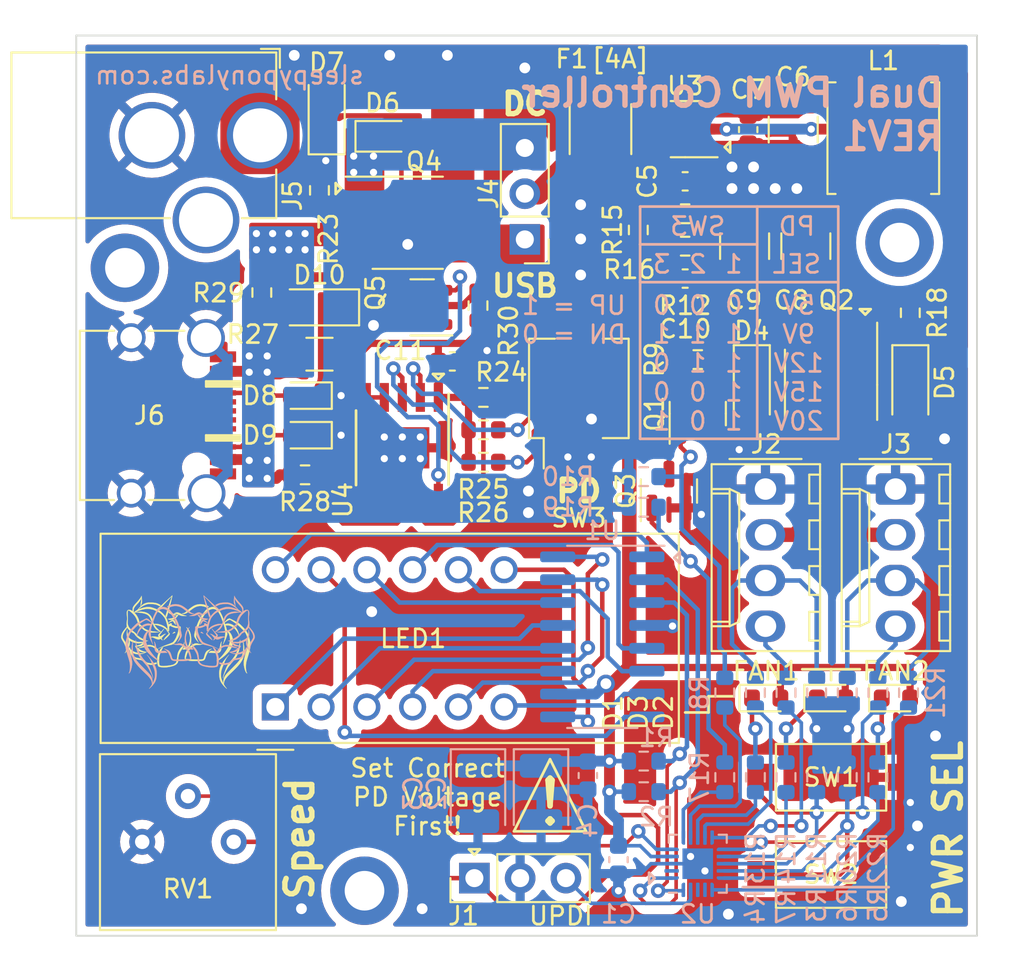
<source format=kicad_pcb>
(kicad_pcb (version 20211014) (generator pcbnew)
  (title_block (title "Dual PWM Fan Controller") (date "2023-05-21") (rev "1") (company "Sleepy Pony Labs"))
  (layers (0 "F.Cu" signal) (31 "B.Cu" signal) (34 "B.Paste" user) (35 "F.Paste" user) (36 "B.SilkS" user "B.Silkscreen") (37 "F.SilkS" user "F.Silkscreen") (38 "B.Mask" user) (39 "F.Mask" user) (44 "Edge.Cuts" user))
  (net 0 "")
  (net 1 "VDD")
  (net 2 "GND")
  (net 3 "Net-(C5-Pad1)")
  (net 4 "Net-(C5-Pad2)")
  (net 5 "VCC")
  (net 6 "Net-(C10-Pad2)")
  (net 7 "Net-(D2-Pad1)")
  (net 8 "Net-(D3-Pad1)")
  (net 9 "Net-(D5-Pad2)")
  (net 10 "Net-(D6-Pad2)")
  (net 11 "Net-(J2-Pad3)")
  (net 12 "Net-(J2-Pad4)")
  (net 13 "Net-(J3-Pad3)")
  (net 14 "Net-(J3-Pad4)")
  (net 15 "Net-(J4-Pad1)")
  (net 16 "Net-(LED1-Pad1)")
  (net 17 "Net-(LED1-Pad2)")
  (net 18 "Net-(LED1-Pad3)")
  (net 19 "Net-(LED1-Pad4)")
  (net 20 "Net-(LED1-Pad5)")
  (net 21 "Net-(LED1-Pad6)")
  (net 22 "Net-(LED1-Pad7)")
  (net 23 "Net-(LED1-Pad8)")
  (net 24 "Net-(LED1-Pad9)")
  (net 25 "Net-(LED1-Pad10)")
  (net 26 "Net-(LED1-Pad11)")
  (net 27 "Net-(LED1-Pad12)")
  (net 28 "Net-(Q1-Pad1)")
  (net 29 "Net-(Q1-Pad3)")
  (net 30 "Net-(Q2-Pad2)")
  (net 31 "Net-(Q3-Pad1)")
  (net 32 "DISP_SDA")
  (net 33 "DISP_SCL")
  (net 34 "ON_FAN1")
  (net 35 "BTN_ON")
  (net 36 "LED_FAN1")
  (net 37 "TACH_FAN1")
  (net 38 "PWM_FAN1")
  (net 39 "LED_FAN2")
  (net 40 "BTN_SEL")
  (net 41 "LED_BOTH")
  (net 42 "ON_FAN2")
  (net 43 "TACH_FAN2")
  (net 44 "PWM_FAN2")
  (net 45 "SPEED_POT")
  (net 48 "Net-(C11-Pad1)")
  (net 49 "Net-(D1-Pad1)")
  (net 50 "Net-(D4-Pad2)")
  (net 51 "Net-(D6-Pad1)")
  (net 52 "Net-(D7-Pad2)")
  (net 53 "Net-(D8-Pad2)")
  (net 54 "Net-(D9-Pad2)")
  (net 55 "Net-(F1-Pad1)")
  (net 61 "Net-(Q5-Pad1)")
  (net 62 "Net-(Q5-Pad2)")
  (net 63 "Net-(R15-Pad2)")
  (net 64 "Net-(R24-Pad2)")
  (net 65 "Net-(R25-Pad2)")
  (net 66 "Net-(R26-Pad2)")
  (net 67 "Net-(R28-Pad2)")
  (net 68 "Net-(U4-Pad4)")
  (net 69 "Net-(Q4-Pad4)")
  (net 70 "VBUS")
  (net 71 "/UPDI")
  (footprint "Package_SO:SOIC-8_3.9x4.9mm_P1.27mm" (layer "F.Cu") (at 134.4 53.4)
    (fp_text reference "Q4")
    (fp_text value "AO4805")
  )
  (footprint "LED_SMD:LED_0603_1608Metric" (layer "F.Cu") (at 154.3 79.8)
    (fp_text reference "D1")
    (fp_text value "RED")
  )
  (footprint "MountingHole:MountingHole_2.2mm_M2_DIN965_Pad" (layer "F.Cu") (at 161.7 54.5)
    (fp_text reference "H3" hide)
    (fp_text value "MountingHole_Pad")
  )
  (footprint "Resistor_SMD:R_0603_1608Metric" (layer "F.Cu") (at 150.5 61 180)
    (fp_text reference "R9")
    (fp_text value "10K")
  )
  (footprint "Connector_PinHeader_2.54mm:PinHeader_1x03_P2.54mm_Vertical" (layer "F.Cu") (at 138.1 89.8 90)
    (fp_text reference "J1")
    (fp_text value "UPDI")
  )
  (footprint "Package_TO_SOT_SMD:SOT-23" (layer "F.Cu") (at 150.5 64 90)
    (fp_text reference "Q1")
    (fp_text value "2N7002")
  )
  (footprint "Package_SO:SOIC-8_3.9x4.9mm_P1.27mm" (layer "F.Cu") (at 157.9 62.4 -90)
    (fp_text reference "Q2")
    (fp_text value "AO4805")
  )
  (footprint "Diode_SMD:D_SOD-123F" (layer "F.Cu") (at 129.5 58.1 180)
    (fp_text reference "D10")
    (fp_text value "SMF28CA")
  )
  (footprint "Resistor_SMD:R_1206_3216Metric" (layer "F.Cu") (at 129.5 60.7)
    (fp_text reference "R27")
    (fp_text value "1K")
  )
  (footprint "Capacitor_SMD:C_1210_3225Metric" (layer "F.Cu") (at 156.5 54.7 90)
    (fp_text reference "C8")
    (fp_text value "22uF")
  )
  (footprint "Resistor_SMD:R_0603_1608Metric" (layer "F.Cu") (at 138.3 58 90)
    (fp_text reference "R30")
    (fp_text value "10K")
  )
  (footprint "dual_fan_control:ESSOP-10-1EP_3.9x4.9mm_P1.00mm_EP2.29x3mm" (layer "F.Cu") (at 134.1 65.9 -90)
    (fp_text reference "U4")
    (fp_text value "CH224K")
  )
  (footprint "Resistor_SMD:R_0603_1608Metric" (layer "F.Cu") (at 147.2 53.8 90)
    (fp_text reference "R15")
    (fp_text value "10K")
  )
  (footprint "Diode_SMD:D_0603_1608Metric" (layer "F.Cu") (at 128.7 63 180)
    (fp_text reference "D8")
    (fp_text value "0603ESDA-05N")
  )
  (footprint "Resistor_SMD:R_0603_1608Metric" (layer "F.Cu") (at 129.5 51.6 90)
    (fp_text reference "R23")
    (fp_text value "100K")
  )
  (footprint "Package_TO_SOT_SMD:SOT-23-6" (layer "F.Cu") (at 149.8 48.2 180)
    (fp_text reference "U3")
    (fp_text value "TPS54202DDC")
  )
  (footprint "Resistor_SMD:R_0603_1608Metric" (layer "F.Cu") (at 149.8 52.9)
    (fp_text reference "R16")
    (fp_text value "4K7")
  )
  (footprint "LED_SMD:LED_0603_1608Metric" (layer "F.Cu") (at 157.9 79.8)
    (fp_text reference "D3")
    (fp_text value "RED")
  )
  (footprint "Package_TO_SOT_SMD:SOT-23" (layer "F.Cu") (at 148.9 68.3 90)
    (fp_text reference "Q3")
    (fp_text value "2N7002")
  )
  (footprint "dual_fan_control:USB_C_Receptacle_HRO_TYPE-C-31-M-12_NO_SBU_CircularHoles" (layer "F.Cu") (at 120.1 64.1 -90)
    (fp_text reference "J6")
    (fp_text value "USB_C_Receptacle_USB2.0")
  )
  (footprint "Diode_SMD:D_SOD-323" (layer "F.Cu") (at 133 48.6)
    (fp_text reference "D6")
    (fp_text value "BZT52C12")
  )
  (footprint "Fuse:Fuse_1812_4532Metric_Pad1.30x3.40mm_HandSolder" (layer "F.Cu") (at 145.1 48.2 90)
    (fp_text reference "F1")
    (fp_text value "JK-MSMD200-24V")
  )
  (footprint "Resistor_SMD:R_0603_1608Metric" (layer "F.Cu") (at 128.7 67.4)
    (fp_text reference "R28")
    (fp_text value "10K")
  )
  (footprint "Capacitor_SMD:C_0603_1608Metric" (layer "F.Cu") (at 149.8 51.1)
    (fp_text reference "C5")
    (fp_text value "100nF")
  )
  (footprint "slp_logo:sleepylogo_10mm" (layer "F.Cu") (at 122.2 76.4)
    (fp_text reference "G***" hide)
    (fp_text value "LOGO" hide)
  )
  (footprint "Connector_PinHeader_2.54mm:PinHeader_1x03_P2.54mm_Vertical" (layer "F.Cu") (at 140.9 54.325 180)
    (fp_text reference "J4")
    (fp_text value "PWR_SELECT")
  )
  (footprint "Inductor_SMD:L_Bourns_SRN6045TA" (layer "F.Cu") (at 160.8 48.7 -90)
    (fp_text reference "L1")
    (fp_text value "22uH 3A")
  )
  (footprint "Connector_Molex:Molex_KK-254_AE-6410-04A_1x04_P2.54mm_Vertical" (layer "F.Cu") (at 161.48 68.19 -90)
    (fp_text reference "J3")
    (fp_text value "FAN_4P")
  )
  (footprint "Diode_SMD:D_SOD-123F" (layer "F.Cu") (at 129.9 47.4 90)
    (fp_text reference "D7")
    (fp_text value "SMF28CA")
  )
  (footprint "dual_fan_control:BarrelJack_Horizontal_CircularHoles" (layer "F.Cu") (at 126.2 48.5425)
    (fp_text reference "J5")
    (fp_text value "Barrel_Jack_Switch")
  )
  (footprint "Resistor_SMD:R_0603_1608Metric" (layer "F.Cu") (at 138.6 64.9)
    (fp_text reference "R25")
    (fp_text value "100K")
  )
  (footprint "Resistor_SMD:R_0603_1608Metric" (layer "F.Cu") (at 126.3 57.275 90)
    (fp_text reference "R29")
    (fp_text value "10K")
  )
  (footprint "Button_Switch_SMD:SW_DIP_SPSTx03_Slide_KingTek_DSHP03TS_W7.62mm_P1.27mm" (layer "F.Cu") (at 143.9 62.6 90)
    (fp_text reference "SW3")
    (fp_text value "PD_SEL")
  )
  (footprint "MountingHole:MountingHole_2.2mm_M2_DIN965_Pad" (layer "F.Cu") (at 118.7 55.9)
    (fp_text reference "H1" hide)
    (fp_text value "MountingHole_Pad")
  )
  (footprint "Resistor_SMD:R_0603_1608Metric" (layer "F.Cu") (at 149.8 54.7 180)
    (fp_text reference "R12")
    (fp_text value "100K")
  )
  (footprint "Resistor_SMD:R_0603_1608Metric" (layer "F.Cu") (at 162.3 58.4 90)
    (fp_text reference "R18")
    (fp_text value "10K")
  )
  (footprint "Potentiometer_THT:Potentiometer_Bourns_3386P_Vertical" (layer "F.Cu") (at 124.74 87.785 90)
    (fp_text reference "RV1")
    (fp_text value "10K")
  )
  (footprint "Resistor_SMD:R_0603_1608Metric" (layer "F.Cu") (at 138.6 63.1)
    (fp_text reference "R24")
    (fp_text value "100K")
  )
  (footprint "dual_fan_control:SR440281N" (layer "F.Cu") (at 127.05 80.2925 90)
    (fp_text reference "LED1")
    (fp_text value "SR440281N")
  )
  (footprint "Diode_SMD:D_0603_1608Metric" (layer "F.Cu") (at 128.7 65.2 180)
    (fp_text reference "D9")
    (fp_text value "0603ESDA-05N")
  )
  (footprint "Capacitor_SMD:C_0603_1608Metric" (layer "F.Cu") (at 136.875 61.1)
    (fp_text reference "C11")
    (fp_text value "1uF")
  )
  (footprint "Button_Switch_SMD:SW_SPST_CK_RS282G05A3" (layer "F.Cu") (at 157.9 84.2 180)
    (fp_text reference "SW1")
    (fp_text value "SW_Push")
  )
  (footprint "Capacitor_SMD:C_0603_1608Metric" (layer "F.Cu") (at 149.8 56.5 180)
    (fp_text reference "C10")
    (fp_text value "56pF")
  )
  (footprint "Capacitor_SMD:C_1210_3225Metric" (layer "F.Cu") (at 155.8 48.225 -90)
    (fp_text reference "C6")
    (fp_text value "22uF")
  )
  (footprint "MountingHole:MountingHole_2.2mm_M2_DIN965_Pad" (layer "F.Cu") (at 132 90.5)
    (fp_text reference "H2" hide)
    (fp_text value "MountingHole_Pad")
  )
  (footprint "Capacitor_SMD:C_0603_1608Metric" (layer "F.Cu") (at 153.3 48.225 -90)
    (fp_text reference "C7")
    (fp_text value "100nF")
  )
  (footprint "Button_Switch_SMD:SW_SPST_CK_RS282G05A3" (layer "F.Cu") (at 157.9 89.6 180)
    (fp_text reference "SW2")
    (fp_text value "SW_Push")
  )
  (footprint "Capacitor_SMD:C_1210_3225Metric" (layer "F.Cu") (at 153.1 54.7 90)
    (fp_text reference "C9")
    (fp_text value "22uF")
  )
  (footprint "Diode_SMD:D_SOD-123F" (layer "F.Cu") (at 162.3 62.4 -90)
    (fp_text reference "D5")
    (fp_text value "1N4007")
  )
  (footprint "Package_TO_SOT_SMD:SOT-23" (layer "F.Cu") (at 135.2 58.1 180)
    (fp_text reference "Q5")
    (fp_text value "2N7002")
  )
  (footprint "Diode_SMD:D_SOD-123F" (layer "F.Cu") (at 153.5 62.4 -90)
    (fp_text reference "D4")
    (fp_text value "1N4007")
  )
  (footprint "Connector_Molex:Molex_KK-254_AE-6410-04A_1x04_P2.54mm_Vertical" (layer "F.Cu") (at 154.26 68.19 -90)
    (fp_text reference "J2")
    (fp_text value "FAN_4P")
  )
  (footprint "Resistor_SMD:R_0603_1608Metric" (layer "F.Cu") (at 138.6 66.7)
    (fp_text reference "R26")
    (fp_text value "100K")
  )
  (footprint "LED_SMD:LED_0603_1608Metric" (layer "F.Cu") (at 161.5 79.8)
    (fp_text reference "D2")
    (fp_text value "RED")
  )
  (footprint "Capacitor_Tantalum_SMD:CP_EIA-3528-21_Kemet-B" (layer "B.Cu") (at 141.8 85.1 -90)
    (fp_text reference "C2")
    (fp_text value "220uF")
  )
  (footprint "Resistor_SMD:R_0603_1608Metric" (layer "B.Cu") (at 152 84.2 90)
    (fp_text reference "R17")
    (fp_text value "100R")
  )
  (footprint "Resistor_SMD:R_0603_1608Metric" (layer "B.Cu") (at 162.2 79.5 90)
    (fp_text reference "R21")
    (fp_text value "100R")
  )
  (footprint "Resistor_SMD:R_0603_1608Metric" (layer "B.Cu") (at 160.5 84.2 90)
    (fp_text reference "R5")
    (fp_text value "4K7")
  )
  (footprint "Resistor_SMD:R_0603_1608Metric" (layer "B.Cu") (at 147.5 69.2 180)
    (fp_text reference "R19")
    (fp_text value "10K")
  )
  (footprint "Resistor_SMD:R_0603_1608Metric" (layer "B.Cu") (at 153.7 84.2 90)
    (fp_text reference "R4")
    (fp_text value "4K7")
  )
  (footprint "slp_logo:sleepylogo_10mm" (layer "B.Cu") (at 122.2 76.4 180)
    (fp_text reference "G***" hide)
    (fp_text value "LOGO" hide)
  )
  (footprint "Resistor_SMD:R_0603_1608Metric" (layer "B.Cu") (at 152 79.5 90)
    (fp_text reference "R8")
    (fp_text value "100R")
  )
  (footprint "Capacitor_SMD:C_0603_1608Metric" (layer "B.Cu") (at 146.1 88.775 -90)
    (fp_text reference "C1")
    (fp_text value "100nF")
  )
  (footprint "Resistor_SMD:R_0603_1608Metric" (layer "B.Cu") (at 147.5 83.3)
    (fp_text reference "R1")
    (fp_text value "4K7")
  )
  (footprint "Package_SO:SOIC-16_3.9x9.9mm_P1.27mm" (layer "B.Cu") (at 145.2 76.4 180)
    (fp_text reference "U1")
    (fp_text value "ET6226M")
  )
  (footprint "Capacitor_SMD:C_0603_1608Metric" (layer "B.Cu") (at 144.4 84.1 -90)
    (fp_text reference "C4")
    (fp_text value "100nF")
  )
  (footprint "Package_DFN_QFN:VQFN-20-1EP_3x3mm_P0.4mm_EP1.7x1.7mm" (layer "B.Cu") (at 150.5 89)
    (fp_text reference "U2")
    (fp_text value "ATtiny1616-M")
  )
  (footprint "Resistor_SMD:R_0603_1608Metric" (layer "B.Cu") (at 147.5 85)
    (fp_text reference "R2")
    (fp_text value "4K7")
  )
  (footprint "Resistor_SMD:R_0603_1608Metric" (layer "B.Cu") (at 153.7 79.5 90)
    (fp_text reference "R13")
    (fp_text value "100R")
  )
  (footprint "Resistor_SMD:R_0603_1608Metric" (layer "B.Cu") (at 155.4 79.5 90)
    (fp_text reference "R14")
    (fp_text value "100R")
  )
  (footprint "Resistor_SMD:R_0603_1608Metric" (layer "B.Cu") (at 158.8 79.5 90)
    (fp_text reference "R20")
    (fp_text value "4K7")
  )
  (footprint "Resistor_SMD:R_0603_1608Metric" (layer "B.Cu") (at 155.4 84.2 90)
    (fp_text reference "R7")
    (fp_text value "4K7")
  )
  (footprint "Resistor_SMD:R_0603_1608Metric" (layer "B.Cu") (at 157.1 79.5 90)
    (fp_text reference "R11")
    (fp_text value "4K7")
  )
  (footprint "Resistor_SMD:R_0603_1608Metric" (layer "B.Cu") (at 160.5 79.5 90)
    (fp_text reference "R22")
    (fp_text value "100R")
  )
  (footprint "Resistor_SMD:R_0603_1608Metric" (layer "B.Cu") (at 158.8 84.2 -90)
    (fp_text reference "R6")
    (fp_text value "10K")
  )
  (footprint "Resistor_SMD:R_0603_1608Metric" (layer "B.Cu") (at 157.1 84.2 -90)
    (fp_text reference "R3")
    (fp_text value "10K")
  )
  (footprint "Resistor_SMD:R_0603_1608Metric" (layer "B.Cu") (at 147.5 67.5 180)
    (fp_text reference "R10")
    (fp_text value "10K")
  )
  (footprint "Capacitor_Tantalum_SMD:CP_EIA-3528-21_Kemet-B" (layer "B.Cu") (at 138.3 85.1 -90)
    (fp_text reference "C3")
    (fp_text value "220uF")
  )
  (gr_line (start 158.3 54.6) (end 158.3 65.4) (layer "B.SilkS") (width 0.15))
  (gr_line (start 158.3 56.7) (end 147.3 56.7) (layer "B.SilkS") (width 0.15))
  (gr_line (start 153 90.3) (end 161.1 90.3) (layer "B.SilkS") (width 0.15))
  (gr_line (start 147.3 65.4) (end 147.3 54.6) (layer "B.SilkS") (width 0.15))
  (gr_line (start 149.5 72.3) (end 149.2 72) (layer "B.SilkS") (width 0.15))
  (gr_line (start 147.8 89.5) (end 148.1 89.8) (layer "B.SilkS") (width 0.15))
  (gr_line (start 147.3 54.6) (end 153.8 54.6) (layer "B.SilkS") (width 0.15))
  (gr_line (start 147.3 54.6) (end 147.3 52.5) (layer "B.SilkS") (width 0.15))
  (gr_line (start 149.5 71.7) (end 149.5 72.3) (layer "B.SilkS") (width 0.15))
  (gr_line (start 149.2 72) (end 149.5 71.7) (layer "B.SilkS") (width 0.15))
  (gr_line (start 148.1 89.8) (end 147.8 90.1) (layer "B.SilkS") (width 0.15))
  (gr_line (start 158.3 65.4) (end 147.3 65.4) (layer "B.SilkS") (width 0.15))
  (gr_line (start 147.3 52.5) (end 158.3 52.5) (layer "B.SilkS") (width 0.15))
  (gr_line (start 153.8 54.6) (end 153.8 52.5) (layer "B.SilkS") (width 0.15))
  (gr_line (start 147.8 90.1) (end 147.8 89.5) (layer "B.SilkS") (width 0.15))
  (gr_line (start 158.3 52.5) (end 158.3 54.6) (layer "B.SilkS") (width 0.15))
  (gr_line (start 153.8 65.4) (end 153.8 54.6) (layer "B.SilkS") (width 0.15))
  (gr_line (start 136.4 61.8) (end 136.1 62.1) (layer "F.SilkS") (width 0.15))
  (gr_line (start 136.1 62.1) (end 135.8 61.8) (layer "F.SilkS") (width 0.15))
  (gr_line (start 152.3 49.5) (end 152 49.2) (layer "F.SilkS") (width 0.15))
  (gr_line (start 159.5 58.2) (end 160.1 58.2) (layer "F.SilkS") (width 0.15))
  (gr_line (start 157.9 78.2) (end 157.9 78.8) (layer "F.SilkS") (width 0.15))
  (gr_line (start 138.4 88.2) (end 138.1 88.5) (layer "F.SilkS") (width 0.15))
  (gr_line (start 130.7 51.5) (end 130.4 51.8) (layer "F.SilkS") (width 0.15))
  (gr_line (start 138.1 88.5) (end 137.8 88.2) (layer "F.SilkS") (width 0.15))
  (gr_line (start 130.4 51.2) (end 130.7 51.5) (layer "F.SilkS") (width 0.15))
  (gr_line (start 152.3 48.9) (end 152.3 49.5) (layer "F.SilkS") (width 0.15))
  (gr_line (start 142.3 83.2) (end 144.3 87.2) (layer "F.SilkS") (width 0.15))
  (gr_line (start 159.8 58.5) (end 159.5 58.2) (layer "F.SilkS") (width 0.15))
  (gr_line (start 149.8 80.6) (end 151.1 80.6) (layer "F.SilkS") (width 0.15))
  (gr_line (start 151.1 79.7) (end 152.5 79.7) (layer "F.SilkS") (width 0.15))
  (gr_line (start 130.4 51.8) (end 130.4 51.2) (layer "F.SilkS") (width 0.15))
  (gr_line (start 135.8 61.8) (end 136.4 61.8) (layer "F.SilkS") (width 0.15))
  (gr_line (start 156.3 78.2) (end 159.5 78.2) (layer "F.SilkS") (width 0.15))
  (gr_line (start 144.3 87.2) (end 140.3 87.2) (layer "F.SilkS") (width 0.15))
  (gr_line (start 160.1 58.2) (end 159.8 58.5) (layer "F.SilkS") (width 0.15))
  (gr_line (start 137.8 88.2) (end 138.4 88.2) (layer "F.SilkS") (width 0.15))
  (gr_line (start 140.3 87.2) (end 142.3 83.2) (layer "F.SilkS") (width 0.15))
  (gr_line (start 152 49.2) (end 152.3 48.9) (layer "F.SilkS") (width 0.15))
  (gr_line (start 151.1 80.6) (end 151.1 79.7) (layer "F.SilkS") (width 0.15))
  (gr_line (start 116 93) (end 166 93) (layer "Edge.Cuts") (width 0.1))
  (gr_line (start 166 43) (end 166 93) (layer "Edge.Cuts") (width 0.1))
  (gr_line (start 116 43) (end 116 93) (layer "Edge.Cuts") (width 0.1))
  (gr_line (start 116 43) (end 166 43) (layer "Edge.Cuts") (width 0.1))
  (gr_text "0\n1\n1\n0\n0" (at 150.5 61.2) (layer "B.SilkS") (effects (font (size 1 1)) (justify mirror)))
  (gr_text "5V\n9V\n12V\n15V\n20V" (at 156.1 61.2) (layer "B.SilkS") (effects (font (size 1 1)) (justify mirror)))
  (gr_text "0\n1\n1\n1\n1" (at 152.5 61.2) (layer "B.SilkS") (effects (font (size 1 1)) (justify mirror)))
  (gr_text "PD" (at 156 53.6) (layer "B.SilkS") (effects (font (size 1 1)) (justify mirror)))
  (gr_text "sleepyponylabs.com" (at 124.5 45.2) (layer "B.SilkS") (effects (font (size 1 1)) (justify mirror)))
  (gr_text "3" (at 148.5 55.7) (layer "B.SilkS") (effects (font (size 1 1)) (justify mirror)))
  (gr_text "SW3" (at 150.5 53.6) (layer "B.SilkS") (effects (font (size 1 1)) (justify mirror)))
  (gr_text "1" (at 152.5 55.7) (layer "B.SilkS") (effects (font (size 1 1)) (justify mirror)))
  (gr_text "Dual PWM Controller\nREV1" (at 164.3 47.4) (layer "B.SilkS") (effects (font (size 1.5 1.5) (thickness 0.3)) (justify left mirror)))
  (gr_text "SEL" (at 156 55.7) (layer "B.SilkS") (effects (font (size 1 1)) (justify mirror)))
  (gr_text "2" (at 150.5 55.7) (layer "B.SilkS") (effects (font (size 1 1)) (justify mirror)))
  (gr_text "0\n1\n0\n0\n1" (at 148.5 61.2) (layer "B.SilkS") (effects (font (size 1 1)) (justify mirror)))
  (gr_text "UP = 1\nDN = 0" (at 146.6 58.8) (layer "B.SilkS") (effects (font (size 1 1)) (justify left mirror)))
  (gr_text "SEL" (at 164.4 84.2 90) (layer "F.SilkS") (effects (font (size 1.5 1.5) (thickness 0.3))))
  (gr_text "DC" (at 140.9 46.8) (layer "F.SilkS") (effects (font (size 1.2 1.2) (thickness 0.3))))
  (gr_text "PD" (at 143.9 68.3) (layer "F.SilkS") (effects (font (size 1.2 1.2) (thickness 0.3))))
  (gr_text "!" (at 142.3 85.6) (layer "F.SilkS") (effects (font (size 2.5 2.5) (thickness 0.3))))
  (gr_text "PWR" (at 164.4 89.6 90) (layer "F.SilkS") (effects (font (size 1.5 1.5) (thickness 0.3))))
  (gr_text "UPDI" (at 142.9 91.9) (layer "F.SilkS") (effects (font (size 1 1))))
  (gr_text "[4A]" (at 146.2 44.3) (layer "F.SilkS") (effects (font (size 1 1))))
  (gr_text "Speed" (at 128.4 87.6 90) (layer "F.SilkS") (effects (font (size 1.5 1.5) (thickness 0.3))))
  (gr_text "USB" (at 140.9 56.9) (layer "F.SilkS") (effects (font (size 1.2 1.2) (thickness 0.25))))
  (gr_text "Set Correct\nPD Voltage\nFirst!" (at 135.5 85.3) (layer "F.SilkS") (effects (font (size 1 1))))
  (gr_text "FAN2" (at 161.5 78.3) (layer "F.SilkS") (effects (font (size 1 1))))
  (gr_text "FAN1" (at 154.3 78.3) (layer "F.SilkS") (effects (font (size 1 1))))
  (segment (start 150.625 56.45) (end 150.575 56.5) (width 0.25) (layer "F.Cu") (net 1))
  (segment (start 158.425 56.175) (end 158.8 55.8) (width 0.8) (layer "F.Cu") (net 1))
  (segment (start 146.7 78.1) (end 155.1 78.1) (width 0.4) (layer "F.Cu") (net 1))
  (segment (start 148.3 88.9) (end 147.6 89.6) (width 0.25) (layer "F.Cu") (net 1))
  (segment (start 155.1 78.1) (end 158.7 78.1) (width 0.4) (layer "F.Cu") (net 1))
  (segment (start 158.8 81.5) (end 157.1 81.5) (width 0.4) (layer "F.Cu") (net 1))
  (segment (start 155.0875 79.8) (end 155.0875 78.1125) (width 0.4) (layer "F.Cu") (net 1))
  (segment (start 155.0875 78.1125) (end 155.1 78.1) (width 0.25) (layer "F.Cu") (net 1))
  (segment (start 134.385 87.785) (end 124.74 87.785) (width 0.25) (layer "F.Cu") (net 1))
  (segment (start 158.6875 78.1125) (end 158.7 78.1) (width 0.25) (layer "F.Cu") (net 1))
  (segment (start 139.5 91.2) (end 138.1 89.8) (width 0.25) (layer "F.Cu") (net 1))
  (segment (start 147.6 89.6) (end 145.5 89.6) (width 0.25) (layer "F.Cu") (net 1))
  (segment (start 152.2 58) (end 153.1 57.1) (width 0.8) (layer "F.Cu") (net 1))
  (segment (start 146.7 78.1) (end 146.7 60) (width 0.8) (layer "F.Cu") (net 1))
  (segment (start 158.8 55.8) (end 158.8 50.775) (width 0.8) (layer "F.Cu") (net 1))
  (segment (start 151.425 56.175) (end 153.1 56.175) (width 0.2) (layer "F.Cu") (net 1))
  (segment (start 138.1 89.8) (end 136.4 89.8) (width 0.25) (layer "F.Cu") (net 1))
  (segment (start 146.7 60) (end 148.7 58) (width 0.8) (layer "F.Cu") (net 1))
  (segment (start 145.6 83.3) (end 145.6 79.2) (width 0.6) (layer "F.Cu") (net 1))
  (segment (start 158.6875 79.8) (end 158.6875 78.1125) (width 0.4) (layer "F.Cu") (net 1))
  (segment (start 145.6 85) (end 145.6 85.9) (width 0.25) (layer "F.Cu") (net 1))
  (segment (start 151.1 56.5) (end 151.425 56.175) (width 0.2) (layer "F.Cu") (net 1))
  (segment (start 146.7 78.1) (end 145.8 79) (width 0.8) (layer "F.Cu") (net 1))
  (segment (start 148.7 58) (end 152.2 58) (width 0.8) (layer "F.Cu") (net 1))
  (segment (start 147.6 86.3) (end 148.3 87) (width 0.25) (layer "F.Cu") (net 1))
  (segment (start 150.575 56.5) (end 151.1 56.5) (width 0.2) (layer "F.Cu") (net 1))
  (segment (start 162.2875 78.1) (end 162.2875 79.8) (width 0.4) (layer "F.Cu") (net 1))
  (segment (start 148.3 87) (end 148.3 88.9) (width 0.25) (layer "F.Cu") (net 1))
  (segment (start 153.1 57.1) (end 153.1 56.175) (width 0.8) (layer "F.Cu") (net 1))
  (segment (start 145.6 85.9) (end 146 86.3) (width 0.25) (layer "F.Cu") (net 1))
  (segment (start 150.625 54.7) (end 150.625 56.45) (width 0.25) (layer "F.Cu") (net 1))
  (segment (start 136.4 89.8) (end 134.385 87.785) (width 0.25) (layer "F.Cu") (net 1))
  (segment (start 156.5 56.175) (end 158.425 56.175) (width 0.8) (layer "F.Cu") (net 1))
  (segment (start 158.6875 81.3875) (end 158.6875 79.8) (width 0.4) (layer "F.Cu") (net 1))
  (segment (start 158.8 81.5) (end 158.6875 81.3875) (width 0.4) (layer "F.Cu") (net 1))
  (segment (start 145.6 83.3) (end 145.6 85) (width 0.6) (layer "F.Cu") (net 1))
  (segment (start 146 86.3) (end 147.6 86.3) (width 0.25) (layer "F.Cu") (net 1))
  (segment (start 158.7 78.1) (end 162.2875 78.1) (width 0.4) (layer "F.Cu") (net 1))
  (segment (start 143.9 91.2) (end 139.5 91.2) (width 0.25) (layer "F.Cu") (net 1))
  (segment (start 145.6 79.2) (end 145.4 79) (width 0.6) (layer "F.Cu") (net 1))
  (segment (start 145.5 89.6) (end 143.9 91.2) (width 0.25) (layer "F.Cu") (net 1))
  (segment (start 153.1 56.175) (end 156.5 56.175) (width 0.8) (layer "F.Cu") (net 1))
  (segment (start 145.8 79) (end 145.4 79) (width 0.8) (layer "F.Cu") (net 1))
  (via (at 158.8 81.5) (size 0.8) (drill 0.4) (layers "F.Cu" "B.Cu") (net 1))
  (via (at 145.4 79) (size 1) (drill 0.6) (layers "F.Cu" "B.Cu") (net 1))
  (via (at 145.6 83.3) (size 0.8) (drill 0.4) (layers "F.Cu" "B.Cu") (net 1))
  (via (at 145.6 85) (size 0.8) (drill 0.4) (layers "F.Cu" "B.Cu") (net 1))
  (via (at 157.1 81.5) (size 0.8) (drill 0.4) (layers "F.Cu" "B.Cu") (net 1))
  (segment (start 146.675 85) (end 145.6 85) (width 0.25) (layer "B.Cu") (net 1))
  (segment (start 147.3 88) (end 146.1 88) (width 0.2) (layer "B.Cu") (net 1))
  (segment (start 147.9 88.6) (end 147.3 88) (width 0.2) (layer "B.Cu") (net 1))
  (segment (start 144.425 79.575) (end 144.825 79.575) (width 0.6) (layer "B.Cu") (net 1))
  (segment (start 142.0375 83.325) (end 141.8 83.5625) (width 0.6) (layer "B.Cu") (net 1))
  (segment (start 144.825 79.575) (end 145.4 79) (width 0.6) (layer "B.Cu") (net 1))
  (segment (start 145.6 85) (end 145.6 86.1) (width 0.6) (layer "B.Cu") (net 1))
  (segment (start 144.425 83.3) (end 144.4 83.325) (width 0.6) (layer "B.Cu") (net 1))
  (segment (start 144.4 83.325) (end 142.0375 83.325) (width 0.6) (layer "B.Cu") (net 1))
  (segment (start 146.1 86.6) (end 146.1 88) (width 0.6) (layer "B.Cu") (net 1))
  (segment (start 145.6 83.3) (end 144.425 83.3) (width 0.6) (layer "B.Cu") (net 1))
  (segment (start 142.725 79.575) (end 144.425 79.575) (width 0.6) (layer "B.Cu") (net 1))
  (segment (start 145.6 86.1) (end 146.1 86.6) (width 0.6) (layer "B.Cu") (net 1))
  (segment (start 149.05 88.6) (end 147.9 88.6) (width 0.2) (layer "B.Cu") (net 1))
  (segment (start 145.6 83.3) (end 146.675 83.3) (width 0.25) (layer "B.Cu") (net 1))
  (segment (start 141.8 83.5625) (end 138.3 83.5625) (width 0.6) (layer "B.Cu") (net 1))
  (segment (start 153.3 49) (end 153.9 49) (width 0.6) (layer "F.Cu") (net 2))
  (segment (start 153.1 53.225) (end 156.5 53.225) (width 0.8) (layer "F.Cu") (net 2))
  (segment (start 143.9 66.41) (end 144.59 66.41) (width 0.4) (layer "F.Cu") (net 2))
  (segment (start 153.9 49) (end 154.6 49.7) (width 0.6) (layer "F.Cu") (net 2))
  (segment (start 137.65 61.1) (end 138.2 61.1) (width 0.4) (layer "F.Cu") (net 2))
  (segment (start 150.9375 49.15) (end 153.15 49.15) (width 0.6) (layer "F.Cu") (net 2))
  (segment (start 129.9 49.9) (end 129.9 48.8) (width 0.6) (layer "F.Cu") (net 2))
  (segment (start 144.59 66.41) (end 145.17 66.41) (width 0.4) (layer "F.Cu") (net 2))
  (segment (start 129.5 50.775) (end 129.5 50.3) (width 0.6) (layer "F.Cu") (net 2))
  (segment (start 161.8 84.2) (end 161.8 85.1) (width 0.4) (layer "F.Cu") (net 2))
  (segment (start 149.1 75.8) (end 150.7 75.8) (width 0.6) (layer "F.Cu") (net 2))
  (segment (start 154.6 49.7) (end 155.8 49.7) (width 0.6) (layer "F.Cu") (net 2))
  (segment (start 129.4875 63) (end 130.7 63) (width 0.25) (layer "F.Cu") (net 2))
  (segment (start 129.5 50.3) (end 129.85 49.95) (width 0.6) (layer "F.Cu") (net 2))
  (segment (start 149.85 69.2375) (end 150.3375 69.2375) (width 0.4) (layer "F.Cu") (net 2))
  (segment (start 161.8 88.6) (end 161.8 89.6) (width 0.4) (layer "F.Cu") (net 2))
  (segment (start 151.2 52.9) (end 151.525 53.225) (width 0.2) (layer "F.Cu") (net 2))
  (segment (start 150.3375 69.2375) (end 150.7 69.6) (width 0.4) (layer "F.Cu") (net 2))
  (segment (start 151.7 70.6) (end 150.7 69.6) (width 0.6) (layer "F.Cu") (net 2))
  (segment (start 153.15 49.15) (end 153.3 49) (width 0.6) (layer "F.Cu") (net 2))
  (segment (start 131.5 58.1) (end 132.5 59.1) (width 0.6) (layer "F.Cu") (net 2))
  (segment (start 129.85 49.95) (end 129.9 49.9) (width 0.6) (layer "F.Cu") (net 2))
  (segment (start 162.3 88.1) (end 161.8 88.6) (width 0.4) (layer "F.Cu") (net 2))
  (segment (start 152.8 66) (end 152.8 65.5) (width 0.4) (layer "F.Cu") (net 2))
  (segment (start 150.625 52.9) (end 151.2 52.9) (width 0.2) (layer "F.Cu") (net 2))
  (segment (start 142.63 66.41) (end 143.29 66.41) (width 0.4) (layer "F.Cu") (net 2))
  (segment (start 151.525 53.225) (end 153.1 53.225) (width 0.2) (layer "F.Cu") (net 2))
  (segment (start 138.2 61.1) (end 138.8 60.5) (width 0.4) (layer "F.Cu") (net 2))
  (segment (start 152.8 65.5) (end 152.2375 64.9375) (width 0.4) (layer "F.Cu") (net 2))
  (segment (start 130.9 58.1) (end 131.5 58.1) (width 0.6) (layer "F.Cu") (net 2))
  (segment (start 151.7 74.8) (end 151.7 70.6) (width 0.6) (layer "F.Cu") (net 2))
  (segment (start 143.29 66.41) (end 143.9 66.41) (width 0.4) (layer "F.Cu") (net 2))
  (segment (start 150.7 75.8) (end 151.7 74.8) (width 0.6) (layer "F.Cu") (net 2))
  (segment (start 129.4875 65.2) (end 130.7 65.2) (width 0.25) (layer "F.Cu") (net 2))
  (segment (start 161.8 85.1) (end 162.3 85.6) (width 0.4) (layer "F.Cu") (net 2))
  (segment (start 152.2375 64.9375) (end 151.45 64.9375) (width 0.4) (layer "F.Cu") (net 2))
  (via (at 134.1 66.5) (size 0.8) (drill 0.4) (layers "F.Cu" "B.Cu") (net 2))
  (via (at 140.9 44.8) (size 1) (drill 0.6) (layers "F.Cu" "B.Cu") (net 2))
  (via (at 130.7 63) (size 0.8) (drill 0.4) (layers "F.Cu" "B.Cu") (net 2))
  (via (at 153.6 51.5) (size 1) (drill 0.6) (layers "F.Cu" "B.Cu") (net 2))
  (via (at 141.1 68.3) (size 1) (drill 0.6) (layers "F.Cu" "B.Cu") (net 2))
  (via (at 133.4 44.1) (size 1) (drill 0.6) (layers "F.Cu" "B.Cu") (net 2))
  (via (at 144.6 64.3) (size 1) (drill 0.6) (layers "F.Cu" "B.Cu") (net 2))
  (via (at 132.4 75) (size 1) (drill 0.6) (layers "F.Cu" "B.Cu") (net 2))
  (via (at 152.8 66) (size 0.8) (drill 0.4) (layers "F.Cu" "B.Cu") (net 2))
  (via (at 156 51.5) (size 1) (drill 0.6) (layers "F.Cu" "B.Cu") (net 2))
  (via (at 150.9 89.4) (size 0.8) (drill 0.4) (layers "F.Cu" "B.Cu") (net 2))
  (via (at 150.1 88.6) (size 0.8) (drill 0.4) (layers "F.Cu" "B.Cu") (net 2))
  (via (at 133.1 65.3) (size 0.8) (drill 0.4) (layers "F.Cu" "B.Cu") (net 2))
  (via (at 146.1 90.5) (size 0.8) (drill 0.4) (layers "F.Cu" "B.Cu") (net 2))
  (via (at 135.2 91.5) (size 1) (drill 0.6) (layers "F.Cu" "B.Cu") (net 2))
  (via (at 128.1 44.1) (size 1) (drill 0.6) (layers "F.Cu" "B.Cu") (net 2))
  (via (at 135.1 66.5) (size 0.8) (drill 0.4) (layers "F.Cu" "B.Cu") (net 2))
  (via (at 161.8 91.1) (size 1) (drill 0.6) (layers "F.Cu" "B.Cu") (net 2))
  (via (at 152.4 51.5) (size 1) (drill 0.6) (layers "F.Cu" "B.Cu") (net 2))
  (via (at 134.4 54.6) (size 1) (drill 0.6) (layers "F.Cu" "B.Cu") (net 2))
  (via (at 141.1 69.5) (size 1) (drill 0.6) (layers "F.Cu" "B.Cu") (net 2))
  (via (at 132.5 59.1) (size 1) (drill 0.6) (layers "F.Cu" "B.Cu") (net 2))
  (via (at 135.1 65.3) (size 0.8) (drill 0.4) (layers "F.Cu" "B.Cu") (net 2))
  (via (at 150.7 69.6) (size 0.8) (drill 0.4) (layers "F.Cu" "B.Cu") (net 2))
  (via (at 144 54.3) (size 1) (drill 0.6) (layers "F.Cu" "B.Cu") (net 2))
  (via (at 154.8 51.5) (size 1) (drill 0.6) (layers "F.Cu" "B.Cu") (net 2))
  (via (at 128.5 91.5) (size 1) (drill 0.6) (layers "F.Cu" "B.Cu") (net 2))
  (via (at 143.29 66.41) (size 0.8) (drill 0.4) (layers "F.Cu" "B.Cu") (net 2))
  (via (at 152.4 50.3) (size 1) (drill 0.6) (layers "F.Cu" "B.Cu") (net 2))
  (via (at 164.2 65.4) (size 1) (drill 0.6) (layers "F.Cu" "B.Cu") (net 2))
  (via (at 144 52.4) (size 1) (drill 0.6) (layers "F.Cu" "B.Cu") (net 2))
  (via (at 152.2 91.8) (size 1) (drill 0.6) (layers "F.Cu" "B.Cu") (net 2))
  (via (at 130.7 65.2) (size 0.8) (drill 0.4) (layers "F.Cu" "B.Cu") (net 2))
  (via (at 136.6 44.1) (size 1) (drill 0.6) (layers "F.Cu" "B.Cu") (net 2))
  (via (at 149.1 75.8) (size 0.8) (drill 0.4) (layers "F.Cu" "B.Cu") (net 2))
  (via (at 144.59 66.41) (size 0.8) (drill 0.4) (layers "F.Cu" "B.Cu") (net 2))
  (via (at 162.3 85.6) (size 0.8) (drill 0.4) (layers "F.Cu" "B.Cu") (net 2))
  (via (at 162.3 88.1) (size 0.8) (drill 0.4) (layers "F.Cu" "B.Cu") (net 2))
  (via (at 129.85 49.95) (size 0.8) (drill 0.4) (layers "F.Cu" "B.Cu") (net 2))
  (via (at 144 56.3) (size 1) (drill 0.6) (layers "F.Cu" "B.Cu") (net 2))
  (via (at 163.7 81.9) (size 1) (drill 0.6) (layers "F.Cu" "B.Cu") (net 2))
  (via (at 134.1 65.3) (size 0.8) (drill 0.4) (layers "F.Cu" "B.Cu") (net 2))
  (via (at 153.6 50.3) (size 1) (drill 0.6) (layers "F.Cu" "B.Cu") (net 2))
  (via (at 162.7 86.9) (size 1) (drill 0.6) (layers "F.Cu" "B.Cu") (net 2))
  (via (at 138.8 60.5) (size 0.8) (drill 0.4) (layers "F.Cu" "B.Cu") (net 2))
  (via (at 133.1 66.5) (size 0.8) (drill 0.4) (layers "F.Cu" "B.Cu") (net 2))
  (segment (start 149.1 75.8) (end 149.065 75.765) (width 0.6) (layer "B.Cu") (net 2))
  (segment (start 144.59 66.89) (end 144.59 66.41) (width 0.25) (layer "B.Cu") (net 2))
  (segment (start 149.065 75.765) (end 147.675 75.765) (width 0.6) (layer "B.Cu") (net 2))
  (segment (start 147.9 89) (end 147.35 89.55) (width 0.2) (layer "B.Cu") (net 2))
  (segment (start 145.2 67.5) (end 144.59 66.89) (width 0.25) (layer "B.Cu") (net 2))
  (segment (start 149.05 89) (end 149.7 89) (width 0.2) (layer "B.Cu") (net 2))
  (segment (start 149.05 89) (end 147.9 89) (width 0.2) (layer "B.Cu") (net 2))
  (segment (start 146.675 69.2) (end 145.5 69.2) (width 0.25) (layer "B.Cu") (net 2))
  (segment (start 145.5 69.2) (end 145.2 68.9) (width 0.25) (layer "B.Cu") (net 2))
  (segment (start 149.7 89) (end 150.1 88.6) (width 0.2) (layer "B.Cu") (net 2))
  (segment (start 145.2 68.9) (end 145.2 67.5) (width 0.25) (layer "B.Cu") (net 2))
  (segment (start 146.675 67.5) (end 145.2 67.5) (width 0.25) (layer "B.Cu") (net 2))
  (segment (start 146.1 89.55) (end 146.1 90.5) (width 0.6) (layer "B.Cu") (net 2))
  (segment (start 147.35 89.55) (end 146.1 89.55) (width 0.2) (layer "B.Cu") (net 2))
  (segment (start 149.025 50.225) (end 149.025 51.1) (width 0.25) (layer "F.Cu") (net 3))
  (segment (start 148.6625 49.15) (end 148.6625 49.8625) (width 0.25) (layer "F.Cu") (net 3))
  (segment (start 148.6625 49.8625) (end 149.025 50.225) (width 0.25) (layer "F.Cu") (net 3))
  (segment (start 149.8 49.7) (end 149.8 48.4) (width 0.25) (layer "F.Cu") (net 4))
  (segment (start 150.9375 48.2) (end 152.1 48.2) (width 0.6) (layer "F.Cu") (net 4))
  (segment (start 156.8 48.2) (end 157.9 48.2) (width 0.6) (layer "F.Cu") (net 4))
  (segment (start 159.475 46.625) (end 160.8 46.625) (width 0.6) (layer "F.Cu") (net 4))
  (segment (start 150 48.2) (end 150.9375 48.2) (width 0.25) (layer "F.Cu") (net 4))
  (segment (start 150.575 50.475) (end 149.8 49.7) (width 0.25) (layer "F.Cu") (net 4))
  (segment (start 150.575 51.1) (end 150.575 50.475) (width 0.25) (layer "F.Cu") (net 4))
  (segment (start 149.8 48.4) (end 150 48.2) (width 0.25) (layer "F.Cu") (net 4))
  (segment (start 157.9 48.2) (end 159.475 46.625) (width 0.6) (layer "F.Cu") (net 4))
  (via (at 156.8 48.2) (size 0.8) (drill 0.4) (layers "F.Cu" "B.Cu") (net 4))
  (via (at 152.1 48.2) (size 0.8) (drill 0.4) (layers "F.Cu" "B.Cu") (net 4))
  (segment (start 152.1 48.2) (end 156.8 48.2) (width 0.6) (layer "B.Cu") (net 4))
  (segment (start 164.9 45.2) (end 164.9 60.2) (width 1.2) (layer "F.Cu") (net 5))
  (segment (start 145.7 44.1) (end 145.1 44.7) (width 1.2) (layer "F.Cu") (net 5))
  (segment (start 153.1 47.25) (end 153.3 47.45) (width 0.6) (layer "F.Cu") (net 5))
  (segment (start 154.55 46.75) (end 155.8 46.75) (width 0.6) (layer "F.Cu") (net 5))
  (segment (start 150.9375 47.25) (end 150.9375 44.1375) (width 0.6) (layer "F.Cu") (net 5))
  (segment (start 153.85 47.45) (end 154.55 46.75) (width 0.6) (layer "F.Cu") (net 5))
  (segment (start 150.9375 44.1375) (end 150.9 44.1) (width 0.6) (layer "F.Cu") (net 5))
  (segment (start 150.9375 47.25) (end 153.1 47.25) (width 0.6) (layer "F.Cu") (net 5))
  (segment (start 164.1 61) (end 162.3 61) (width 1.2) (layer "F.Cu") (net 5))
  (segment (start 164.9 60.2) (end 164.1 61) (width 1.2) (layer "F.Cu") (net 5))
  (segment (start 150.9 44.1) (end 163.8 44.1) (width 1.2) (layer "F.Cu") (net 5))
  (segment (start 163.8 44.1) (end 164.9 45.2) (width 1.2) (layer "F.Cu") (net 5))
  (segment (start 150.9 44.1) (end 145.7 44.1) (width 1.2) (layer "F.Cu") (net 5))
  (segment (start 153.3 47.45) (end 153.85 47.45) (width 0.6) (layer "F.Cu") (net 5))
  (segment (start 145.1 44.7) (end 145.1 45.975) (width 1.2) (layer "F.Cu") (net 5))
  (segment (start 149.025 56.5) (end 149.025 54.75) (width 0.25) (layer "F.Cu") (net 6))
  (segment (start 146.4 51.8) (end 147.1 51.8) (width 0.25) (layer "F.Cu") (net 6))
  (segment (start 147.1 51.8) (end 147.4 51.5) (width 0.25) (layer "F.Cu") (net 6))
  (segment (start 149.025 54.75) (end 148.975 54.7) (width 0.25) (layer "F.Cu") (net 6))
  (segment (start 148.975 54.7) (end 147.275 54.7) (width 0.25) (layer "F.Cu") (net 6))
  (segment (start 147.65 47.25) (end 148.6625 47.25) (width 0.25) (layer "F.Cu") (net 6))
  (segment (start 146.425 54.625) (end 146 54.2) (width 0.25) (layer "F.Cu") (net 6))
  (segment (start 146 54.2) (end 146 52.2) (width 0.25) (layer "F.Cu") (net 6))
  (segment (start 147.2 54.625) (end 146.425 54.625) (width 0.25) (layer "F.Cu") (net 6))
  (segment (start 147.4 47.5) (end 147.65 47.25) (width 0.25) (layer "F.Cu") (net 6))
  (segment (start 146 52.2) (end 146.4 51.8) (width 0.25) (layer "F.Cu") (net 6))
  (segment (start 147.4 51.5) (end 147.4 47.5) (width 0.25) (layer "F.Cu") (net 6))
  (segment (start 147.275 54.7) (end 147.2 54.625) (width 0.25) (layer "F.Cu") (net 6))
  (segment (start 160.7125 81.2875) (end 160.5 81.5) (width 0.25) (layer "F.Cu") (net 7))
  (segment (start 160.7125 79.8) (end 160.7125 81.2875) (width 0.25) (layer "F.Cu") (net 7))
  (via (at 160.5 81.5) (size 0.8) (drill 0.4) (layers "F.Cu" "B.Cu") (net 7))
  (segment (start 160.5 83.375) (end 160.5 81.5) (width 0.25) (layer "B.Cu") (net 7))
  (segment (start 155.4125 81.5) (end 155.4 81.5) (width 0.25) (layer "F.Cu") (net 8))
  (segment (start 157.1125 79.8) (end 155.4125 81.5) (width 0.25) (layer "F.Cu") (net 8))
  (via (at 155.4 81.5) (size 0.8) (drill 0.4) (layers "F.Cu" "B.Cu") (net 8))
  (segment (start 155.4 81.5) (end 155.4 83.375) (width 0.25) (layer "B.Cu") (net 8))
  (segment (start 161.225 64.875) (end 162.3 63.8) (width 0.8) (layer "F.Cu") (net 9))
  (segment (start 159.175 69.975) (end 159.93 70.73) (width 0.8) (layer "F.Cu") (net 9))
  (segment (start 159.175 64.875) (end 159.175 69.975) (width 0.8) (layer "F.Cu") (net 9))
  (segment (start 159.175 64.875) (end 159.805 64.875) (width 0.8) (layer "F.Cu") (net 9))
  (segment (start 158.535 64.875) (end 159.175 64.875) (width 0.6) (layer "F.Cu") (net 9))
  (segment (start 159.93 70.73) (end 161.48 70.73) (width 0.8) (layer "F.Cu") (net 9))
  (segment (start 159.805 64.875) (end 161.225 64.875) (width 0.8) (layer "F.Cu") (net 9))
  (segment (start 130.765 52.765) (end 130.425 52.425) (width 0.25) (layer "F.Cu") (net 10))
  (segment (start 131.925 52.765) (end 133.335 52.765) (width 0.25) (layer "F.Cu") (net 10))
  (segment (start 133.335 52.765) (end 134.05 52.05) (width 0.25) (layer "F.Cu") (net 10))
  (segment (start 131.925 52.765) (end 130.765 52.765) (width 0.25) (layer "F.Cu") (net 10))
  (segment (start 134.05 52.05) (end 134.05 48.6) (width 0.25) (layer "F.Cu") (net 10))
  (segment (start 130.425 52.425) (end 129.5 52.425) (width 0.25) (layer "F.Cu") (net 10))
  (segment (start 156.17 73.27) (end 154.26 73.27) (width 0.25) (layer "B.Cu") (net 11))
  (segment (start 152.4 73.7) (end 152.83 73.27) (width 0.25) (layer "B.Cu") (net 11))
  (segment (start 152.4 76.8) (end 152.4 73.7) (width 0.25) (layer "B.Cu") (net 11))
  (segment (start 153.7 78.1) (end 152.4 76.8) (width 0.25) (layer "B.Cu") (net 11))
  (segment (start 157.1 74.2) (end 156.17 73.27) (width 0.25) (layer "B.Cu") (net 11))
  (segment (start 152.83 73.27) (end 154.26 73.27) (width 0.25) (layer "B.Cu") (net 11))
  (segment (start 153.7 78.675) (end 153.7 78.1) (width 0.25) (layer "B.Cu") (net 11))
  (segment (start 157.1 78.675) (end 157.1 74.2) (width 0.25) (layer "B.Cu") (net 11))
  (segment (start 155.4 78) (end 154.26 76.86) (width 0.25) (layer "B.Cu") (net 12))
  (segment (start 155.4 78.675) (end 155.4 78) (width 0.25) (layer "B.Cu") (net 12))
  (segment (start 154.26 76.86) (end 154.26 75.81) (width 0.25) (layer "B.Cu") (net 12))
  (segment (start 158.8 74.4) (end 159.93 73.27) (width 0.25) (layer "B.Cu") (net 13))
  (segment (start 158.8 78.675) (end 158.8 74.4) (width 0.25) (layer "B.Cu") (net 13))
  (segment (start 163.3 77.1) (end 163.3 73.9) (width 0.25) (layer "B.Cu") (net 13))
  (segment (start 163.3 73.9) (end 162.67 73.27) (width 0.25) (layer "B.Cu") (net 13))
  (segment (start 159.93 73.27) (end 161.48 73.27) (width 0.25) (layer "B.Cu") (net 13))
  (segment (start 162.67 73.27) (end 161.48 73.27) (width 0.25) (layer "B.Cu") (net 13))
  (segment (start 162.2 78.675) (end 162.2 78.2) (width 0.25) (layer "B.Cu") (net 13))
  (segment (start 162.2 78.2) (end 163.3 77.1) (width 0.25) (layer "B.Cu") (net 13))
  (segment (start 161.48 76.82) (end 160.5 77.8) (width 0.25) (layer "B.Cu") (net 14))
  (segment (start 160.5 77.8) (end 160.5 78.675) (width 0.25) (layer "B.Cu") (net 14))
  (segment (start 161.48 75.81) (end 161.48 76.82) (width 0.25) (layer "B.Cu") (net 14))
  (segment (start 136.875 54.035) (end 136.875 55.305) (width 0.6) (layer "F.Cu") (net 15))
  (segment (start 142.725 75.765) (end 141.335 75.765) (width 0.25) (layer "B.Cu") (net 16))
  (segment (start 140.6 76.5) (end 130.8425 76.5) (width 0.25) (layer "B.Cu") (net 16))
  (segment (start 130.8425 76.5) (end 127.05 80.2925) (width 0.25) (layer "B.Cu") (net 16))
  (segment (start 141.335 75.765) (end 140.6 76.5) (width 0.25) (layer "B.Cu") (net 16))
  (segment (start 142.725 77.035) (end 132.8475 77.035) (width 0.25) (layer "B.Cu") (net 17))
  (segment (start 132.8475 77.035) (end 129.59 80.2925) (width 0.25) (layer "B.Cu") (net 17))
  (segment (start 145.2 72.1) (end 144.4 72.9) (width 0.25) (layer "F.Cu") (net 18))
  (segment (start 144.4 72.9) (end 144.4 77) (width 0.25) (layer "F.Cu") (net 18))
  (via (at 144.4 77) (size 0.8) (drill 0.4) (layers "F.Cu" "B.Cu") (net 18))
  (via (at 145.2 72.1) (size 0.8) (drill 0.4) (layers "F.Cu" "B.Cu") (net 18))
  (segment (start 134.7525 77.67) (end 132.13 80.2925) (width 0.25) (layer "B.Cu") (net 18))
  (segment (start 144.4 77) (end 144.4 77.2) (width 0.25) (layer "B.Cu") (net 18))
  (segment (start 142.725 71.955) (end 145.055 71.955) (width 0.25) (layer "B.Cu") (net 18))
  (segment (start 145.055 71.955) (end 145.2 72.1) (width 0.25) (layer "B.Cu") (net 18))
  (segment (start 143.93 77.67) (end 134.7525 77.67) (width 0.25) (layer "B.Cu") (net 18))
  (segment (start 144.4 77.2) (end 143.93 77.67) (width 0.25) (layer "B.Cu") (net 18))
  (segment (start 134.67 79.43) (end 134.67 80.2925) (width 0.25) (layer "B.Cu") (net 19))
  (segment (start 142.725 78.305) (end 135.795 78.305) (width 0.25) (layer "B.Cu") (net 19))
  (segment (start 135.795 78.305) (end 134.67 79.43) (width 0.25) (layer "B.Cu") (net 19))
  (segment (start 145.2 73.5) (end 145.2 77.5) (width 0.25) (layer "F.Cu") (net 20))
  (segment (start 145.2 77.5) (end 144.4 78.3) (width 0.25) (layer "F.Cu") (net 20))
  (via (at 145.2 73.5) (size 0.8) (drill 0.4) (layers "F.Cu" "B.Cu") (net 20))
  (via (at 144.4 78.3) (size 0.8) (drill 0.4) (layers "F.Cu" "B.Cu") (net 20))
  (segment (start 144.4 78.3) (end 144.4 78.5) (width 0.25) (layer "B.Cu") (net 20))
  (segment (start 144.925 73.225) (end 145.2 73.5) (width 0.25) (layer "B.Cu") (net 20))
  (segment (start 138.5625 78.94) (end 137.21 80.2925) (width 0.25) (layer "B.Cu") (net 20))
  (segment (start 144.4 78.5) (end 143.96 78.94) (width 0.25) (layer "B.Cu") (net 20))
  (segment (start 142.725 73.225) (end 144.925 73.225) (width 0.25) (layer "B.Cu") (net 20))
  (segment (start 143.96 78.94) (end 138.5625 78.94) (width 0.25) (layer "B.Cu") (net 20))
  (segment (start 145.79 80.21) (end 139.8325 80.21) (width 0.25) (layer "B.Cu") (net 21))
  (segment (start 146.425 79.575) (end 145.79 80.21) (width 0.25) (layer "B.Cu") (net 21))
  (segment (start 147.675 79.575) (end 146.425 79.575) (width 0.25) (layer "B.Cu") (net 21))
  (segment (start 139.8325 80.21) (end 139.75 80.2925) (width 0.25) (layer "B.Cu") (net 21))
  (segment (start 143.6 73.2) (end 143.6 78.7) (width 0.25) (layer "F.Cu") (net 22))
  (segment (start 143.0725 72.6725) (end 143.6 73.2) (width 0.25) (layer "F.Cu") (net 22))
  (segment (start 139.75 72.6725) (end 143.0725 72.6725) (width 0.25) (layer "F.Cu") (net 22))
  (segment (start 144.4 79.5) (end 144.4 81.1) (width 0.25) (layer "F.Cu") (net 22))
  (segment (start 143.6 78.7) (end 144.4 79.5) (width 0.25) (layer "F.Cu") (net 22))
  (via (at 144.4 81.1) (size 0.8) (drill 0.4) (layers "F.Cu" "B.Cu") (net 22))
  (segment (start 144.145 80.845) (end 144.4 81.1) (width 0.25) (layer "B.Cu") (net 22))
  (segment (start 142.725 80.845) (end 144.145 80.845) (width 0.25) (layer "B.Cu") (net 22))
  (segment (start 138.3975 73.86) (end 137.21 72.6725) (width 0.25) (layer "B.Cu") (net 23))
  (segment (start 143.96 73.86) (end 138.3975 73.86) (width 0.25) (layer "B.Cu") (net 23))
  (segment (start 145.5 77.5) (end 145.5 75.4) (width 0.25) (layer "B.Cu") (net 23))
  (segment (start 145.5 75.4) (end 143.96 73.86) (width 0.25) (layer "B.Cu") (net 23))
  (segment (start 146.305 78.305) (end 145.5 77.5) (width 0.25) (layer "B.Cu") (net 23))
  (segment (start 147.675 78.305) (end 146.305 78.305) (width 0.25) (layer "B.Cu") (net 23))
  (segment (start 145.7 71.3) (end 136.0425 71.3) (width 0.25) (layer "B.Cu") (net 24))
  (segment (start 146.1 76.8) (end 146.1 71.7) (width 0.25) (layer "B.Cu") (net 24))
  (segment (start 136.0425 71.3) (end 134.67 72.6725) (width 0.25) (layer "B.Cu") (net 24))
  (segment (start 147.675 77.035) (end 146.335 77.035) (width 0.25) (layer "B.Cu") (net 24))
  (segment (start 146.335 77.035) (end 146.1 76.8) (width 0.25) (layer "B.Cu") (net 24))
  (segment (start 146.1 71.7) (end 145.7 71.3) (width 0.25) (layer "B.Cu") (net 24))
  (segment (start 133.9525 74.495) (end 132.13 72.6725) (width 0.25) (layer "B.Cu") (net 25))
  (segment (start 142.725 74.495) (end 133.9525 74.495) (width 0.25) (layer "B.Cu") (net 25))
  (segment (start 130.9 81.7) (end 130.9 73.9825) (width 0.25) (layer "F.Cu") (net 26))
  (segment (start 130.9 73.9825) (end 129.59 72.6725) (width 0.25) (layer "F.Cu") (net 26))
  (via (at 130.9 81.7) (size 0.8) (drill 0.4) (layers "F.Cu" "B.Cu") (net 26))
  (segment (start 146.455 80.845) (end 145.4 81.9) (width 0.25) (layer "B.Cu") (net 26))
  (segment (start 145.4 81.9) (end 131.1 81.9) (width 0.25) (layer "B.Cu") (net 26))
  (segment (start 147.675 80.845) (end 146.455 80.845) (width 0.25) (layer "B.Cu") (net 26))
  (segment (start 131.1 81.9) (end 130.9 81.7) (width 0.25) (layer "B.Cu") (net 26))
  (segment (start 147.675 71.955) (end 147.675 71.175) (width 0.25) (layer "B.Cu") (net 27))
  (segment (start 147.2 70.7) (end 129.0225 70.7) (width 0.25) (layer "B.Cu") (net 27))
  (segment (start 129.0225 70.7) (end 127.05 72.6725) (width 0.25) (layer "B.Cu") (net 27))
  (segment (start 147.675 71.175) (end 147.2 70.7) (width 0.25) (layer "B.Cu") (net 27))
  (segment (start 149.55 65.85) (end 150.1 66.4) (width 0.25) (layer "F.Cu") (net 28))
  (segment (start 149.55 64.9375) (end 149.55 65.85) (width 0.25) (layer "F.Cu") (net 28))
  (via (at 150.1 66.4) (size 0.8) (drill 0.4) (layers "F.Cu" "B.Cu") (net 28))
  (segment (start 151.7 77) (end 151.7 72.5) (width 0.25) (layer "B.Cu") (net 28))
  (segment (start 152 77.3) (end 151.7 77) (width 0.25) (layer "B.Cu") (net 28))
  (segment (start 149.6 70.4) (end 149.6 67.5) (width 0.25) (layer "B.Cu") (net 28))
  (segment (start 152 78.675) (end 152 77.3) (width 0.25) (layer "B.Cu") (net 28))
  (segment (start 148.325 67.5) (end 149.6 67.5) (width 0.25) (layer "B.Cu") (net 28))
  (segment (start 149.6 66.9) (end 150.1 66.4) (width 0.25) (layer "B.Cu") (net 28))
  (segment (start 149.6 67.5) (end 149.6 66.9) (width 0.25) (layer "B.Cu") (net 28))
  (segment (start 151.7 72.5) (end 149.6 70.4) (width 0.25) (layer "B.Cu") (net 28))
  (segment (start 149.675 62.775) (end 149.9625 63.0625) (width 0.25) (layer "F.Cu") (net 29))
  (segment (start 150.4 59.6) (end 149.675 60.325) (width 0.25) (layer "F.Cu") (net 29))
  (segment (start 149.675 61) (end 149.675 62.775) (width 0.25) (layer "F.Cu") (net 29))
  (segment (start 155.7 58.3) (end 154.7 58.3) (width 0.25) (layer "F.Cu") (net 29))
  (segment (start 153.4 59.6) (end 150.4 59.6) (width 0.25) (layer "F.Cu") (net 29))
  (segment (start 154.7 58.3) (end 153.4 59.6) (width 0.25) (layer "F.Cu") (net 29))
  (segment (start 149.675 60.325) (end 149.675 61) (width 0.25) (layer "F.Cu") (net 29))
  (segment (start 149.9625 63.0625) (end 150.5 63.0625) (width 0.25) (layer "F.Cu") (net 29))
  (segment (start 155.995 59.925) (end 155.995 58.595) (width 0.25) (layer "F.Cu") (net 29))
  (segment (start 155.995 58.595) (end 155.7 58.3) (width 0.25) (layer "F.Cu") (net 29))
  (segment (start 158.535 59.925) (end 158.535 57.485) (width 0.25) (layer "F.Cu") (net 30))
  (segment (start 154.525 57.475) (end 153 59) (width 0.25) (layer "F.Cu") (net 30))
  (segment (start 158.525 57.475) (end 154.525 57.475) (width 0.25) (layer "F.Cu") (net 30))
  (segment (start 148.9 66.2) (end 148.9 67.3625) (width 0.25) (layer "F.Cu") (net 30))
  (segment (start 162.3 57.575) (end 162.2 57.475) (width 0.25) (layer "F.Cu") (net 30))
  (segment (start 148.6 65.9) (end 148.9 66.2) (width 0.25) (layer "F.Cu") (net 30))
  (segment (start 149.6 59) (end 148.6 60) (width 0.25) (layer "F.Cu") (net 30))
  (segment (start 162.2 57.475) (end 158.525 57.475) (width 0.25) (layer "F.Cu") (net 30))
  (segment (start 158.535 57.485) (end 158.525 57.475) (width 0.25) (layer "F.Cu") (net 30))
  (segment (start 153 59) (end 149.6 59) (width 0.25) (layer "F.Cu") (net 30))
  (segment (start 148.6 60) (end 148.6 65.9) (width 0.25) (layer "F.Cu") (net 30))
  (segment (start 147.95 70.05) (end 150.1 72.2) (width 0.25) (layer "F.Cu") (net 31))
  (segment (start 147.95 69.2375) (end 147.95 70.05) (width 0.25) (layer "F.Cu") (net 31))
  (via (at 150.1 72.2) (size 0.8) (drill 0.4) (layers "F.Cu" "B.Cu") (net 31))
  (segment (start 151.1 73.2) (end 151.1 81.5) (width 0.25) (layer "B.Cu") (net 31))
  (segment (start 152 82.4) (end 152 83.375) (width 0.25) (layer "B.Cu") (net 31))
  (segment (start 151.1 81.5) (end 152 82.4) (width 0.25) (layer "B.Cu") (net 31))
  (segment (start 150.1 72.2) (end 151.1 73.2) (width 0.25) (layer "B.Cu") (net 31))
  (segment (start 150.1 72.2) (end 148.325 70.425) (width 0.25) (layer "B.Cu") (net 31))
  (segment (start 148.325 70.425) (end 148.325 69.2) (width 0.25) (layer "B.Cu") (net 31))
  (segment (start 148.8 90) (end 148.8 83.6) (width 0.2) (layer "F.Cu") (net 32))
  (segment (start 148.8 83.6) (end 149.5 82.9) (width 0.2) (layer "F.Cu") (net 32))
  (segment (start 148.3 90.5) (end 148.8 90) (width 0.2) (layer "F.Cu") (net 32))
  (via (at 148.3 90.5) (size 0.8) (drill 0.4) (layers "F.Cu" "B.Cu") (net 32))
  (via (at 149.5 82.9) (size 0.8) (drill 0.4) (layers "F.Cu" "B.Cu") (net 32))
  (segment (start 149.1 83.3) (end 148.325 83.3) (width 0.25) (layer "B.Cu") (net 32))
  (segment (start 149.65 90.5) (end 149.7 90.45) (width 0.2) (layer "B.Cu") (net 32))
  (segment (start 149.5 82.9) (end 149.1 83.3) (width 0.25) (layer "B.Cu") (net 32))
  (segment (start 147.675 74.495) (end 149.195 74.495) (width 0.25) (layer "B.Cu") (net 32))
  (segment (start 148.3 90.5) (end 149.65 90.5) (width 0.2) (layer "B.Cu") (net 32))
  (segment (start 149.9 82.5) (end 149.5 82.9) (width 0.25) (layer "B.Cu") (net 32))
  (segment (start 149.195 74.495) (end 149.9 75.2) (width 0.25) (layer "B.Cu") (net 32))
  (segment (start 149.9 75.2) (end 149.9 82.5) (width 0.25) (layer "B.Cu") (net 32))
  (segment (start 147.3 90.9) (end 147.3 90.5) (width 0.2) (layer "F.Cu") (net 33))
  (segment (start 149.3 84.7) (end 149.3 90.9) (width 0.2) (layer "F.Cu") (net 33))
  (segment (start 149.3 90.9) (end 149 91.2) (width 0.2) (layer "F.Cu") (net 33))
  (segment (start 149.5 84.5) (end 149.3 84.7) (width 0.2) (layer "F.Cu") (net 33))
  (segment (start 149 91.2) (end 147.6 91.2) (width 0.2) (layer "F.Cu") (net 33))
  (segment (start 147.6 91.2) (end 147.3 90.9) (width 0.2) (layer "F.Cu") (net 33))
  (via (at 147.3 90.5) (size 0.8) (drill 0.4) (layers "F.Cu" "B.Cu") (net 33))
  (via (at 149.5 84.5) (size 0.8) (drill 0.4) (layers "F.Cu" "B.Cu") (net 33))
  (segment (start 149.5 84.5) (end 149 85) (width 0.25) (layer "B.Cu") (net 33))
  (segment (start 148.825 73.225) (end 147.675 73.225) (width 0.25) (layer "B.Cu") (net 33))
  (segment (start 148 89.8) (end 149.05 89.8) (width 0.2) (layer "B.Cu") (net 33))
  (segment (start 150.5 83.5) (end 150.5 74.9) (width 0.25) (layer "B.Cu") (net 33))
  (segment (start 147.3 90.5) (end 148 89.8) (width 0.2) (layer "B.Cu") (net 33))
  (segment (start 149 85) (end 148.325 85) (width 0.25) (layer "B.Cu") (net 33))
  (segment (start 149.5 84.5) (end 150.5 83.5) (width 0.25) (layer "B.Cu") (net 33))
  (segment (start 150.5 74.9) (end 148.825 73.225) (width 0.25) (layer "B.Cu") (net 33))
  (segment (start 152 81.3) (end 152 80.325) (width 0.2) (layer "B.Cu") (net 34))
  (segment (start 152.85 85.55) (end 152.85 82.15) (width 0.2) (layer "B.Cu") (net 34))
  (segment (start 150.1 87.55) (end 150.1 86.3) (width 0.2) (layer "B.Cu") (net 34))
  (segment (start 150.1 86.3) (end 150.6 85.8) (width 0.2) (layer "B.Cu") (net 34))
  (segment (start 152.85 82.15) (end 152 81.3) (width 0.2) (layer "B.Cu") (net 34))
  (segment (start 150.6 85.8) (end 152.6 85.8) (width 0.2) (layer "B.Cu") (net 34))
  (segment (start 152.6 85.8) (end 152.85 85.55) (width 0.2) (layer "B.Cu") (net 34))
  (segment (start 154.95 86.15) (end 154 85.2) (width 0.25) (layer "F.Cu") (net 35))
  (segment (start 157.1 86.15) (end 154.95 86.15) (width 0.25) (layer "F.Cu") (net 35))
  (segment (start 154 85.2) (end 154 84.2) (width 0.25) (layer "F.Cu") (net 35))
  (via (at 157.1 86.15) (size 0.8) (drill 0.4) (layers "F.Cu" "B.Cu") (net 35))
  (segment (start 155.45 89) (end 151.95 89) (width 0.2) (layer "B.Cu") (net 35))
  (segment (start 157.1 86.15) (end 157.1 87.35) (width 0.2) (layer "B.Cu") (net 35))
  (segment (start 157.1 86.15) (end 157.1 85.025) (width 0.25) (layer "B.Cu") (net 35))
  (segment (start 157.1 87.35) (end 155.45 89) (width 0.2) (layer "B.Cu") (net 35))
  (segment (start 150.8 86.3) (end 153.2 86.3) (width 0.2) (layer "B.Cu") (net 36))
  (segment (start 153.7 85.8) (end 153.7 85.025) (width 0.2) (layer "B.Cu") (net 36))
  (segment (start 150.5 87.55) (end 150.5 86.6) (width 0.2) (layer "B.Cu") (net 36))
  (segment (start 150.5 86.6) (end 150.8 86.3) (width 0.2) (layer "B.Cu") (net 36))
  (segment (start 153.2 86.3) (end 153.7 85.8) (width 0.2) (layer "B.Cu") (net 36))
  (segment (start 150.9 86.9) (end 151 86.8) (width 0.2) (layer "B.Cu") (net 37))
  (segment (start 151 86.8) (end 153.3 86.8) (width 0.2) (layer "B.Cu") (net 37))
  (segment (start 154.55 81.175) (end 153.7 80.325) (width 0.2) (layer "B.Cu") (net 37))
  (segment (start 153.3 86.8) (end 154.55 85.55) (width 0.2) (layer "B.Cu") (net 37))
  (segment (start 154.55 85.55) (end 154.55 81.175) (width 0.2) (layer "B.Cu") (net 37))
  (segment (start 150.9 87.55) (end 150.9 86.9) (width 0.2) (layer "B.Cu") (net 37))
  (segment (start 154.8 86.9) (end 154.55 86.9) (width 0.2) (layer "F.Cu") (net 38))
  (segment (start 156.25 86.9) (end 154.8 86.9) (width 0.2) (layer "F.Cu") (net 38))
  (via (at 154.55 86.9) (size 0.8) (drill 0.4) (layers "F.Cu" "B.Cu") (net 38))
  (via (at 156.25 86.9) (size 0.8) (drill 0.4) (layers "F.Cu" "B.Cu") (net 38))
  (segment (start 156.25 86.9) (end 156.25 81.175) (width 0.2) (layer "B.Cu") (net 38))
  (segment (start 154.55 86.9) (end 153.9 86.9) (width 0.2) (layer "B.Cu") (net 38))
  (segment (start 156.25 81.175) (end 155.4 80.325) (width 0.2) (layer "B.Cu") (net 38))
  (segment (start 153.25 87.55) (end 151.3 87.55) (width 0.2) (layer "B.Cu") (net 38))
  (segment (start 153.9 86.9) (end 153.25 87.55) (width 0.2) (layer "B.Cu") (net 38))
  (segment (start 151.95 89.8) (end 157.3 89.8) (width 0.2) (layer "B.Cu") (net 39))
  (segment (start 157.3 89.8) (end 160.5 86.6) (width 0.2) (layer "B.Cu") (net 39))
  (segment (start 160.5 86.6) (end 160.5 85.025) (width 0.2) (layer "B.Cu") (net 39))
  (segment (start 158.4 89.6) (end 154 89.6) (width 0.25) (layer "F.Cu") (net 40))
  (segment (start 158.8 89.2) (end 158.4 89.6) (width 0.25) (layer "F.Cu") (net 40))
  (segment (start 158.8 86.9) (end 158.8 89.2) (width 0.25) (layer "F.Cu") (net 40))
  (via (at 158.8 86.9) (size 0.8) (drill 0.4) (layers "F.Cu" "B.Cu") (net 40))
  (segment (start 156.3 89.4) (end 158.8 86.9) (width 0.2) (layer "B.Cu") (net 40))
  (segment (start 151.95 89.4) (end 156.3 89.4) (width 0.2) (layer "B.Cu") (net 40))
  (segment (start 158.8 86.9) (end 158.8 85.025) (width 0.25) (layer "B.Cu") (net 40))
  (segment (start 151.95 88.6) (end 154.7 88.6) (width 0.2) (layer "B.Cu") (net 41))
  (segment (start 154.7 88.6) (end 155.4 87.9) (width 0.2) (layer "B.Cu") (net 41))
  (segment (start 155.4 87.9) (end 155.4 85.025) (width 0.2) (layer "B.Cu") (net 41))
  (segment (start 149.7 86) (end 150.675 85.025) (width 0.2) (layer "B.Cu") (net 42))
  (segment (start 150.675 85.025) (end 152 85.025) (width 0.2) (layer "B.Cu") (net 42))
  (segment (start 149.7 87.55) (end 149.7 86) (width 0.2) (layer "B.Cu") (net 42))
  (segment (start 161.35 87.05) (end 161.35 81.175) (width 0.2) (layer "B.Cu") (net 43))
  (segment (start 151.3 90.45) (end 157.95 90.45) (width 0.2) (layer "B.Cu") (net 43))
  (segment (start 161.35 81.175) (end 162.2 80.325) (width 0.2) (layer "B.Cu") (net 43))
  (segment (start 157.95 90.45) (end 161.35 87.05) (width 0.2) (layer "B.Cu") (net 43))
  (segment (start 156.65 87.8) (end 158.3 86.15) (width 0.2) (layer "F.Cu") (net 44))
  (segment (start 158.3 86.15) (end 159.65 86.15) (width 0.2) (layer "F.Cu") (net 44))
  (segment (start 154 87.8) (end 156.65 87.8) (width 0.2) (layer "F.Cu") (net 44))
  (via (at 159.65 86.15) (size 0.8) (drill 0.4) (layers "F.Cu" "B.Cu") (net 44))
  (via (at 154 87.8) (size 0.8) (drill 0.4) (layers "F.Cu" "B.Cu") (net 44))
  (segment (start 159.65 86.15) (end 159.65 81.175) (width 0.2) (layer "B.Cu") (net 44))
  (segment (start 159.65 81.175) (end 160.5 80.325) (width 0.2) (layer "B.Cu") (net 44))
  (segment (start 153.6 88.2) (end 154 87.8) (width 0.2) (layer "B.Cu") (net 44))
  (segment (start 151.95 88.2) (end 153.6 88.2) (width 0.2) (layer "B.Cu") (net 44))
  (segment (start 136.7 88) (end 133.945 85.245) (width 0.2) (layer "F.Cu") (net 45))
  (segment (start 133.945 85.245) (end 122.2 85.245) (width 0.2) (layer "F.Cu") (net 45))
  (segment (start 147.2 87.2) (end 146.4 88) (width 0.2) (layer "F.Cu") (net 45))
  (segment (start 146.4 88) (end 136.7 88) (width 0.2) (layer "F.Cu") (net 45))
  (via (at 147.2 87.2) (size 0.8) (drill 0.4) (layers "F.Cu" "B.Cu") (net 45))
  (segment (start 148.2 88.2) (end 149.05 88.2) (width 0.2) (layer "B.Cu") (net 45))
  (segment (start 147.2 87.2) (end 148.2 88.2) (width 0.2) (layer "B.Cu") (net 45))
  (segment (start 136.1 60.1) (end 136.1 61.1) (width 0.4) (layer "F.Cu") (net 48))
  (segment (start 137.775 64.9) (end 137.775 66.7) (width 0.4) (layer "F.Cu") (net 48))
  (segment (start 138.3 59.5) (end 138.3 58.825) (width 0.4) (layer "F.Cu") (net 48))
  (segment (start 130.9625 60.7) (end 131.7 60.7) (width 0.4) (layer "F.Cu") (net 48))
  (segment (start 131.7 60.7) (end 132.3 60.1) (width 0.4) (layer "F.Cu") (net 48))
  (segment (start 137.7 60.1) (end 138.3 59.5) (width 0.4) (layer "F.Cu") (net 48))
  (segment (start 136.1 63.1) (end 137.775 63.1) (width 0.4) (layer "F.Cu") (net 48))
  (segment (start 137.775 63.1) (end 137.775 64.9) (width 0.4) (layer "F.Cu") (net 48))
  (segment (start 136.1 61.1) (end 136.1 63.1) (width 0.4) (layer "F.Cu") (net 48))
  (segment (start 136.1 60.1) (end 137.7 60.1) (width 0.4) (layer "F.Cu") (net 48))
  (segment (start 132.3 60.1) (end 136.1 60.1) (width 0.4) (layer "F.Cu") (net 48))
  (segment (start 153.7 81.5) (end 153.5125 81.3125) (width 0.25) (layer "F.Cu") (net 49))
  (segment (start 153.5125 81.3125) (end 153.5125 79.8) (width 0.25) (layer "F.Cu") (net 49))
  (via (at 153.7 81.5) (size 0.8) (drill 0.4) (layers "F.Cu" "B.Cu") (net 49))
  (segment (start 153.7 81.5) (end 153.7 83.375) (width 0.25) (layer "B.Cu") (net 49))
  (segment (start 156.625 69.975) (end 155.87 70.73) (width 0.8) (layer "F.Cu") (net 50))
  (segment (start 156.625 64.875) (end 156.625 69.975) (width 0.8) (layer "F.Cu") (net 50))
  (segment (start 156.625 64.875) (end 155.995 64.875) (width 0.8) (layer "F.Cu") (net 50))
  (segment (start 157.265 64.875) (end 156.625 64.875) (width 0.6) (layer "F.Cu") (net 50))
  (segment (start 155.87 70.73) (end 154.26 70.73) (width 0.8) (layer "F.Cu") (net 50))
  (segment (start 155.995 64.875) (end 154.575 64.875) (width 0.8) (layer "F.Cu") (net 50))
  (segment (start 154.575 64.875) (end 153.5 63.8) (width 0.8) (layer "F.Cu") (net 50))
  (segment (start 131.4 50.97) (end 131.925 51.495) (width 0.6) (layer "F.Cu") (net 51))
  (segment (start 131.95 49.15) (end 131.95 48.6) (width 0.6) (layer "F.Cu") (net 51))
  (segment (start 132.5 49.7) (end 131.95 49.15) (width 0.6) (layer "F.Cu") (net 51))
  (segment (start 131.4 50.6) (end 131.4 50.97) (width 0.6) (layer "F.Cu") (net 51))
  (via (at 131.4 49.7) (size 0.8) (drill 0.4) (layers "F.Cu" "B.Cu") (net 51))
  (via (at 132.5 49.7) (size 0.8) (drill 0.4) (layers "F.Cu" "B.Cu") (net 51))
  (via (at 132.5 50.6) (size 0.8) (drill 0.4) (layers "F.Cu" "B.Cu") (net 51))
  (via (at 131.4 50.6) (size 0.8) (drill 0.4) (layers "F.Cu" "B.Cu") (net 51))
  (segment (start 136.875 51.495) (end 136.875 52.765) (width 0.6) (layer "F.Cu") (net 52))
  (segment (start 133.1 67.7) (end 133.1 68.7) (width 0.25) (layer "F.Cu") (net 53))
  (segment (start 126.85 62.85) (end 127 63) (width 0.25) (layer "F.Cu") (net 53))
  (segment (start 131.7 66.85) (end 132.35 67.5) (width 0.25) (layer "F.Cu") (net 53))
  (segment (start 127 63) (end 127.9125 63) (width 0.25) (layer "F.Cu") (net 53))
  (segment (start 128.3 64.1) (end 131 64.1) (width 0.25) (layer "F.Cu") (net 53))
  (segment (start 131.7 64.8) (end 131.7 66.85) (width 0.25) (layer "F.Cu") (net 53))
  (segment (start 131 64.1) (end 131.7 64.8) (width 0.25) (layer "F.Cu") (net 53))
  (segment (start 132.35 67.5) (end 132.9 67.5) (width 0.25) (layer "F.Cu") (net 53))
  (segment (start 124.145 62.85) (end 126.85 62.85) (width 0.25) (layer "F.Cu") (net 53))
  (segment (start 127.9125 63) (end 127.9125 63.7125) (width 0.25) (layer "F.Cu") (net 53))
  (segment (start 132.9 67.5) (end 133.1 67.7) (width 0.25) (layer "F.Cu") (net 53))
  (segment (start 127.9125 63.7125) (end 128.3 64.1) (width 0.25) (layer "F.Cu") (net 53))
  (segment (start 130.8 66.3) (end 128.3 66.3) (width 0.25) (layer "F.Cu") (net 54))
  (segment (start 131.1 68.3) (end 131.1 66.6) (width 0.25) (layer "F.Cu") (net 54))
  (segment (start 127.9125 65.9125) (end 127.9125 65.2) (width 0.25) (layer "F.Cu") (net 54))
  (segment (start 131.1 66.6) (end 130.8 66.3) (width 0.25) (layer "F.Cu") (net 54))
  (segment (start 124.145 65.85) (end 125.15 65.85) (width 0.25) (layer "F.Cu") (net 54))
  (segment (start 132.1 68.7) (end 131.5 68.7) (width 0.25) (layer "F.Cu") (net 54))
  (segment (start 125.15 65.85) (end 125.8 65.2) (width 0.25) (layer "F.Cu") (net 54))
  (segment (start 128.3 66.3) (end 127.9125 65.9125) (width 0.25) (layer "F.Cu") (net 54))
  (segment (start 131.5 68.7) (end 131.1 68.3) (width 0.25) (layer "F.Cu") (net 54))
  (segment (start 125.8 65.2) (end 127.9125 65.2) (width 0.25) (layer "F.Cu") (net 54))
  (segment (start 140.9 51.785) (end 141.615 51.785) (width 1.2) (layer "F.Cu") (net 55))
  (segment (start 141.615 51.785) (end 142.975 50.425) (width 1.2) (layer "F.Cu") (net 55))
  (segment (start 142.975 50.425) (end 145.1 50.425) (width 1.2) (layer "F.Cu") (net 55))
  (segment (start 136.1375 59.05) (end 136.1375 58.3625) (width 0.4) (layer "F.Cu") (net 61))
  (segment (start 136.1375 58.3625) (end 136.5 58) (width 0.4) (layer "F.Cu") (net 61))
  (segment (start 136.5 58) (end 137.475 58) (width 0.4) (layer "F.Cu") (net 61))
  (segment (start 137.475 58) (end 138.3 57.175) (width 0.4) (layer "F.Cu") (net 61))
  (segment (start 136.1 68.7) (end 136.1 67.4) (width 0.25) (layer "F.Cu") (net 62))
  (segment (start 137.3 56.4) (end 137.3 56.9) (width 0.25) (layer "F.Cu") (net 62))
  (segment (start 137.05 57.15) (end 136.1375 57.15) (width 0.25) (layer "F.Cu") (net 62))
  (segment (start 137.3 56.9) (end 137.05 57.15) (width 0.25) (layer "F.Cu") (net 62))
  (via (at 136.1 67.4) (size 0.8) (drill 0.4) (layers "F.Cu" "B.Cu") (net 62))
  (via (at 137.3 56.4) (size 0.8) (drill 0.4) (layers "F.Cu" "B.Cu") (net 62))
  (segment (start 135.6 64.2) (end 134.4 64.2) (width 0.25) (layer "B.Cu") (net 62))
  (segment (start 132.7 62.5) (end 132.7 60.7) (width 0.25) (layer "B.Cu") (net 62))
  (segment (start 133.3 60.1) (end 136.6 60.1) (width 0.25) (layer "B.Cu") (net 62))
  (segment (start 136.1 64.7) (end 135.6 64.2) (width 0.25) (layer "B.Cu") (net 62))
  (segment (start 134.4 64.2) (end 132.7 62.5) (width 0.25) (layer "B.Cu") (net 62))
  (segment (start 136.1 67.4) (end 136.1 64.7) (width 0.25) (layer "B.Cu") (net 62))
  (segment (start 136.6 60.1) (end 137.3 59.4) (width 0.25) (layer "B.Cu") (net 62))
  (segment (start 137.3 59.4) (end 137.3 56.4) (width 0.25) (layer "B.Cu") (net 62))
  (segment (start 132.7 60.7) (end 133.3 60.1) (width 0.25) (layer "B.Cu") (net 62))
  (segment (start 147.275 52.9) (end 147.2 52.975) (width 0.25) (layer "F.Cu") (net 63))
  (segment (start 148.975 52.9) (end 147.275 52.9) (width 0.25) (layer "F.Cu") (net 63))
  (segment (start 139.425 63.1) (end 141.3 63.1) (width 0.25) (layer "F.Cu") (net 64))
  (segment (start 136.9 70.1) (end 137.2 69.8) (width 0.25) (layer "F.Cu") (net 64))
  (segment (start 142.63 61.77) (end 142.63 58.79) (width 0.25) (layer "F.Cu") (net 64))
  (segment (start 135.1 68.7) (end 135.1 69.8) (width 0.25) (layer "F.Cu") (net 64))
  (segment (start 139 63.1) (end 139.425 63.1) (width 0.25) (layer "F.Cu") (net 64))
  (segment (start 138.3 67.8) (end 138.6 67.5) (width 0.25) (layer "F.Cu") (net 64))
  (segment (start 137.2 68.1) (end 137.5 67.8) (width 0.25) (layer "F.Cu") (net 64))
  (segment (start 138.6 67.5) (end 138.6 63.5) (width 0.25) (layer "F.Cu") (net 64))
  (segment (start 137.5 67.8) (end 138.3 67.8) (width 0.25) (layer "F.Cu") (net 64))
  (segment (start 138.6 63.5) (end 139 63.1) (width 0.25) (layer "F.Cu") (net 64))
  (segment (start 135.4 70.1) (end 136.9 70.1) (width 0.25) (layer "F.Cu") (net 64))
  (segment (start 137.2 69.8) (end 137.2 68.1) (width 0.25) (layer "F.Cu") (net 64))
  (segment (start 135.1 69.8) (end 135.4 70.1) (width 0.25) (layer "F.Cu") (net 64))
  (segment (start 141.3 63.1) (end 142.63 61.77) (width 0.25) (layer "F.Cu") (net 64))
  (segment (start 140.5 64.9) (end 143.9 61.5) (width 0.25) (layer "F.Cu") (net 65))
  (segment (start 135.1 61.9) (end 134.7 61.5) (width 0.25) (layer "F.Cu") (net 65))
  (segment (start 135.1 63.1) (end 135.1 61.9) (width 0.25) (layer "F.Cu") (net 65))
  (segment (start 143.9 61.5) (end 143.9 58.79) (width 0.25) (layer "F.Cu") (net 65))
  (segment (start 139.425 64.9) (end 140.5 64.9) (width 0.25) (layer "F.Cu") (net 65))
  (via (at 140.5 64.9) (size 0.8) (drill 0.4) (layers "F.Cu" "B.Cu") (net 65))
  (via (at 134.7 61.5) (size 0.8) (drill 0.4) (layers "F.Cu" "B.Cu") (net 65))
  (segment (start 135.2 62.9) (end 136.1 62.9) (width 0.25) (layer "B.Cu") (net 65))
  (segment (start 136.1 62.9) (end 138.1 64.9) (width 0.25) (layer "B.Cu") (net 65))
  (segment (start 134.7 62.4) (end 135.2 62.9) (width 0.25) (layer "B.Cu") (net 65))
  (segment (start 138.1 64.9) (end 140.5 64.9) (width 0.25) (layer "B.Cu") (net 65))
  (segment (start 134.7 61.5) (end 134.7 62.4) (width 0.25) (layer "B.Cu") (net 65))
  (segment (start 140.5 66.7) (end 141 66.7) (width 0.25) (layer "F.Cu") (net 66))
  (segment (start 141 66.7) (end 141.4 66.3) (width 0.25) (layer "F.Cu") (net 66))
  (segment (start 139.425 66.7) (end 140.5 66.7) (width 0.25) (layer "F.Cu") (net 66))
  (segment (start 141.4 66.3) (end 141.4 65) (width 0.25) (layer "F.Cu") (net 66))
  (segment (start 134.1 63.1) (end 134.1 62) (width 0.25) (layer "F.Cu") (net 66))
  (segment (start 134.1 62) (end 133.6 61.5) (width 0.25) (layer "F.Cu") (net 66))
  (segment (start 141.4 65) (end 145.17 61.23) (width 0.25) (layer "F.Cu") (net 66))
  (segment (start 145.17 61.23) (end 145.17 58.79) (width 0.25) (layer "F.Cu") (net 66))
  (via (at 140.5 66.7) (size 0.8) (drill 0.4) (layers "F.Cu" "B.Cu") (net 66))
  (via (at 133.6 61.5) (size 0.8) (drill 0.4) (layers "F.Cu" "B.Cu") (net 66))
  (segment (start 134.7 63.5) (end 135.8 63.5) (width 0.25) (layer "B.Cu") (net 66))
  (segment (start 137.4 66.7) (end 140.5 66.7) (width 0.25) (layer "B.Cu") (net 66))
  (segment (start 135.8 63.5) (end 136.7 64.4) (width 0.25) (layer "B.Cu") (net 66))
  (segment (start 133.6 61.5) (end 133.6 62.4) (width 0.25) (layer "B.Cu") (net 66))
  (segment (start 133.6 62.4) (end 134.7 63.5) (width 0.25) (layer "B.Cu") (net 66))
  (segment (start 136.7 66) (end 137.4 66.7) (width 0.25) (layer "B.Cu") (net 66))
  (segment (start 136.7 64.4) (end 136.7 66) (width 0.25) (layer "B.Cu") (net 66))
  (segment (start 134.1 69.8) (end 133.8 70.1) (width 0.25) (layer "F.Cu") (net 67))
  (segment (start 130.2 67.4) (end 129.525 67.4) (width 0.25) (layer "F.Cu") (net 67))
  (segment (start 134.1 68.7) (end 134.1 69.8) (width 0.25) (layer "F.Cu") (net 67))
  (segment (start 130.5 69.8) (end 130.5 67.7) (width 0.25) (layer "F.Cu") (net 67))
  (segment (start 130.5 67.7) (end 130.2 67.4) (width 0.25) (layer "F.Cu") (net 67))
  (segment (start 133.8 70.1) (end 130.8 70.1) (width 0.25) (layer "F.Cu") (net 67))
  (segment (start 130.8 70.1) (end 130.5 69.8) (width 0.25) (layer "F.Cu") (net 67))
  (segment (start 132.1 63.1) (end 133.1 63.1) (width 0.25) (layer "F.Cu") (net 68))
  (segment (start 131.95 56.45) (end 133.25 56.45) (width 0.6) (layer "F.Cu") (net 69))
  (segment (start 133.25 56.45) (end 134.2625 57.4625) (width 0.6) (layer "F.Cu") (net 69))
  (segment (start 131.925 55.305) (end 131.925 56.425) (width 0.6) (layer "F.Cu") (net 69))
  (segment (start 134.2625 57.4625) (end 134.2625 58.1) (width 0.6) (layer "F.Cu") (net 69))
  (segment (start 130.525 56.45) (end 131.95 56.45) (width 0.6) (layer "F.Cu") (net 69))
  (segment (start 131.925 56.425) (end 131.95 56.45) (width 0.6) (layer "F.Cu") (net 69))
  (segment (start 126.3 56.45) (end 130.525 56.45) (width 0.6) (layer "F.Cu") (net 69))
  (segment (start 127.3 67.4) (end 127.875 67.4) (width 0.6) (layer "F.Cu") (net 70))
  (segment (start 124.145 66.55) (end 125.55 66.55) (width 0.6) (layer "F.Cu") (net 70))
  (segment (start 124.145 61.65) (end 125.55 61.65) (width 0.6) (layer "F.Cu") (net 70))
  (segment (start 126.7 60.7) (end 126.6 60.8) (width 0.6) (layer "F.Cu") (net 70))
  (segment (start 125.55 61.65) (end 125.6 61.7) (width 0.6) (layer "F.Cu") (net 70))
  (segment (start 125.55 66.55) (end 125.6 66.6) (width 0.6) (layer "F.Cu") (net 70))
  (segment (start 128.0375 60.7) (end 126.7 60.7) (width 0.6) (layer "F.Cu") (net 70))
  (segment (start 126.6 67.6) (end 127.1 67.6) (width 0.6) (layer "F.Cu") (net 70))
  (segment (start 127.1 67.6) (end 127.3 67.4) (width 0.6) (layer "F.Cu") (net 70))
  (via (at 126 54.9) (size 0.8) (drill 0.4) (layers "F.Cu" "B.Cu") (net 70))
  (via (at 128.7 54.9) (size 0.8) (drill 0.4) (layers "F.Cu" "B.Cu") (net 70))
  (via (at 126.6 67.6) (size 0.8) (drill 0.4) (layers "F.Cu" "B.Cu") (net 70))
  (via (at 125.6 66.6) (size 0.8) (drill 0.4) (layers "F.Cu" "B.Cu") (net 70))
  (via (at 126.9 54) (size 0.8) (drill 0.4) (layers "F.Cu" "B.Cu") (net 70))
  (via (at 125.6 67.6) (size 0.8) (drill 0.4) (layers "F.Cu" "B.Cu") (net 70))
  (via (at 126.6 60.8) (size 0.8) (drill 0.4) (layers "F.Cu" "B.Cu") (net 70))
  (via (at 125.6 60.8) (size 0.8) (drill 0.4) (layers "F.Cu" "B.Cu") (net 70))
  (via (at 126.9 54.9) (size 0.8) (drill 0.4) (layers "F.Cu" "B.Cu") (net 70))
  (via (at 127.8 54.9) (size 0.8) (drill 0.4) (layers "F.Cu" "B.Cu") (net 70))
  (via (at 128.7 54) (size 0.8) (drill 0.4) (layers "F.Cu" "B.Cu") (net 70))
  (via (at 125.6 61.7) (size 0.8) (drill 0.4) (layers "F.Cu" "B.Cu") (net 70))
  (via (at 126.6 66.6) (size 0.8) (drill 0.4) (layers "F.Cu" "B.Cu") (net 70))
  (via (at 126.6 61.7) (size 0.8) (drill 0.4) (layers "F.Cu" "B.Cu") (net 70))
  (via (at 126 54) (size 0.8) (drill 0.4) (layers "F.Cu" "B.Cu") (net 70))
  (via (at 127.8 54) (size 0.8) (drill 0.4) (layers "F.Cu" "B.Cu") (net 70))
  (segment (start 144.58 91.2) (end 143.18 89.8) (width 0.2) (layer "B.Cu") (net 71))
  (segment (start 150.1 90.45) (end 150.1 91) (width 0.2) (layer "B.Cu") (net 71))
  (segment (start 149.9 91.2) (end 144.58 91.2) (width 0.2) (layer "B.Cu") (net 71))
  (segment (start 150.1 91) (end 149.9 91.2) (width 0.2) (layer "B.Cu") (net 71))
  (zone (net 2) (net_name "GND") (layers F&B.Cu) (connect_pads (clearance 0.508)) (min_thickness 0.254) (fill yes (thermal_gap 0.508) (thermal_bridge_width 0.508))
    (polygon (pts (xy 166 93) (xy 116 93) (xy 116 43) (xy 166 43)))
  )
  (zone (net 5) (net_name "VCC") (layer "F.Cu") (priority 1) (connect_pads yes (clearance 0.508)) (min_thickness 0.254) (fill yes (thermal_gap 0.508) (thermal_bridge_width 0.508))
    (polygon (pts (xy 163.1 62.4) (xy 150.7 62.4) (xy 150.7 60.2) (xy 154.5 60.2) (xy 154.5 61.2) (xy 156.6 61.2) (xy 156.6 58.5) (xy 157.9 58.5) (xy 157.9 61.2) (xy 159.2 61.2) (xy 159.2 58.5) (xy 163.1 58.5)))
  )
  (zone (net 70) (net_name "VBUS") (layer "F.Cu") (priority 1) (connect_pads yes (clearance 0.508)) (min_thickness 0.254) (fill yes (thermal_gap 0.508) (thermal_bridge_width 0.508))
    (polygon (pts (xy 127 68.1) (xy 125.2 68.1) (xy 125.2 66.2) (xy 127 66.2)))
  )
  (zone (net 2) (net_name "GND") (layer "F.Cu") (priority 1) (connect_pads yes (clearance 0.508)) (min_thickness 0.254) (fill yes (thermal_gap 0.508) (thermal_bridge_width 0.508))
    (polygon (pts (xy 157.4 53.8) (xy 151.7 53.8) (xy 151.7 48.8) (xy 157.4 48.8)))
  )
  (zone (net 5) (net_name "VCC") (layer "F.Cu") (priority 1) (connect_pads yes (clearance 0.508)) (min_thickness 0.254) (fill yes (thermal_gap 0.508) (thermal_bridge_width 0.508))
    (polygon (pts (xy 156.6 47.6) (xy 150.1 47.6) (xy 150.1 43.5) (xy 156.6 43.5)))
  )
  (zone (net 52) (net_name "Net-(D7-Pad2)") (layer "F.Cu") (priority 1) (connect_pads yes (clearance 0.508)) (min_thickness 0.254) (fill yes (thermal_gap 0.508) (thermal_bridge_width 0.508))
    (polygon (pts (xy 138.1 52.8) (xy 135.7 52.8) (xy 135.7 46.8) (xy 128.4 46.8) (xy 128.4 50.7) (xy 124 50.7) (xy 124 45.2) (xy 138.1 45.2)))
  )
  (zone (net 15) (net_name "Net-(J4-Pad1)") (layer "F.Cu") (priority 1) (connect_pads yes (clearance 0.508)) (min_thickness 0.254) (fill yes (thermal_gap 0.508) (thermal_bridge_width 0.508))
    (polygon (pts (xy 142 55.8) (xy 135.7 55.8) (xy 135.7 53.5) (xy 142 53.5)))
  )
  (zone (net 70) (net_name "VBUS") (layer "F.Cu") (priority 1) (connect_pads yes (clearance 0.508)) (min_thickness 0.254) (fill yes (thermal_gap 0.508) (thermal_bridge_width 0.508))
    (polygon (pts (xy 133 53.4) (xy 133 54.7) (xy 129.2 54.7) (xy 129.2 55.5) (xy 125.6 55.5) (xy 125.6 53.4)))
  )
  (zone (net 51) (net_name "Net-(D6-Pad1)") (layer "F.Cu") (priority 1) (connect_pads yes (clearance 0.508)) (min_thickness 0.254) (fill yes (thermal_gap 0.508) (thermal_bridge_width 0.508))
    (polygon (pts (xy 133.1 52) (xy 130.9 52) (xy 130.9 48.1) (xy 133.1 48.1)))
  )
  (zone (net 70) (net_name "VBUS") (layer "F.Cu") (priority 1) (connect_pads yes (clearance 0.508)) (min_thickness 0.254) (fill yes (thermal_gap 0.508) (thermal_bridge_width 0.508))
    (polygon (pts (xy 128.9 62.1) (xy 125.2 62.1) (xy 125.2 57.3) (xy 128.9 57.3)))
  )
  (zone (net 70) (net_name "VBUS") (layer "B.Cu") (priority 1) (connect_pads yes (clearance 0.508)) (min_thickness 0.254) (fill yes (thermal_gap 0.508) (thermal_bridge_width 0.508))
    (polygon (pts (xy 129.2 54.5) (xy 129.2 62) (xy 127 62) (xy 127 68.1) (xy 125.2 68.1) (xy 125.2 57.2) (xy 125.6 56.8) (xy 125.6 53.6) (xy 129.2 53.6)))
  )
  (zone (net 51) (net_name "Net-(D6-Pad1)") (layer "B.Cu") (priority 1) (connect_pads yes (clearance 0.508)) (min_thickness 0.254) (fill yes (thermal_gap 0.508) (thermal_bridge_width 0.508))
    (polygon (pts (xy 142.1 50.5) (xy 133 50.5) (xy 133 51.1) (xy 131 51.1) (xy 131 47.6) (xy 142.1 47.6)))
  )
  (zone (net 1) (net_name "VDD") (layer "B.Cu") (priority 1) (connect_pads yes (clearance 0.508)) (min_thickness 0.254) (fill yes (thermal_gap 0.508) (thermal_bridge_width 0.508))
    (polygon (pts (xy 159.5 84) (xy 156.4 84) (xy 156.4 79.7) (xy 159.5 79.7)))
  )
)
</source>
